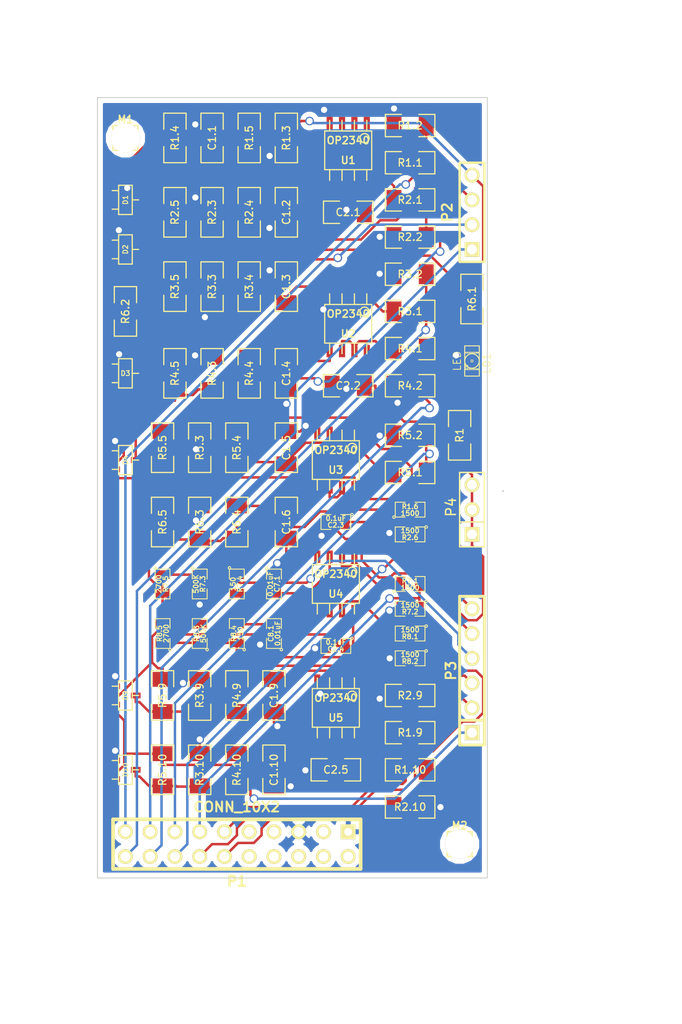
<source format=kicad_pcb>
(kicad_pcb (version 3) (host pcbnew "(2013-07-07 BZR 4022)-stable")
  (layers (15 F.Cu signal) (0 B.Cu signal) (18 B.Paste user) (19 F.Paste user) (20 B.SilkS user) (21 F.SilkS user) (22 B.Mask user) (23 F.Mask user) (28 Edge.Cuts user))
  (net 0 "")
  (net 1 /INP1)
  (net 2 /INP10)
  (net 3 /INP2)
  (net 4 /INP3)
  (net 5 /INP4)
  (net 6 /INP5)
  (net 7 /INP6)
  (net 8 /INP7)
  (net 9 /INP8)
  (net 10 /INP9)
  (net 11 /OUT1)
  (net 12 /OUT10)
  (net 13 /OUT2)
  (net 14 /OUT3)
  (net 15 /OUT4)
  (net 16 /OUT5)
  (net 17 /OUT6)
  (net 18 /OUT7)
  (net 19 /OUT8)
  (net 20 /OUT9)
  (net 21 GND)
  (net 22 N-000001)
  (net 23 N-000002)
  (net 24 N-0000022)
  (net 25 N-0000023)
  (net 26 N-0000024)
  (net 27 N-0000026)
  (net 28 N-0000028)
  (net 29 N-0000029)
  (net 30 N-000003)
  (net 31 N-0000030)
  (net 32 N-0000031)
  (net 33 N-0000032)
  (net 34 N-0000033)
  (net 35 N-0000034)
  (net 36 N-0000037)
  (net 37 N-0000040)
  (net 38 N-0000042)
  (net 39 N-0000043)
  (net 40 N-0000059)
  (net 41 N-0000060)
  (net 42 N-0000063)
  (net 43 N-0000064)
  (net 44 N-0000065)
  (net 45 VCC)
  (module SM1206 (layer F.Cu) (at 132.08 102.87 180)
    (fp_text reference R1.2 (at 0 0 180) (layer F.SilkS) (effects (font (size 0.762 0.762) (thickness 0.127))))
    (fp_text value 1500 hide)
    (pad 1 smd rect (at -1.651 0 180) (size 1.524 2.032) (layers F.Cu F.Paste F.Mask) (net 11 /OUT1))
    (pad 2 smd rect (at 1.651 0 180) (size 1.524 2.032) (layers F.Cu F.Paste F.Mask) (net 21 GND))
  )
  (module SM1206 (layer F.Cu) (at 132.08 106.68)
    (fp_text reference R1.1 (at 0 0) (layer F.SilkS) (effects (font (size 0.762 0.762) (thickness 0.127))))
    (fp_text value 1500 hide)
    (pad 1 smd rect (at -1.651 0) (size 1.524 2.032) (layers F.Cu F.Paste F.Mask) (net 27 N-0000026))
    (pad 2 smd rect (at 1.651 0) (size 1.524 2.032) (layers F.Cu F.Paste F.Mask) (net 11 /OUT1))
  )
  (module PIN_ARRAY_4x1 (layer F.Cu) (at 138.43 111.76 90)
    (fp_text reference P2 (at 0 -2.54 90) (layer F.SilkS) (effects (font (size 1.016 1.016) (thickness 0.2032))))
    (fp_text value CONN_4 hide)
    (pad 1 thru_hole rect (at -3.81 0 90) (size 1.524 1.524) (drill 1.016) (layers *.Cu *.Mask F.SilkS) (net 5 /INP4))
    (pad 2 thru_hole circle (at -1.27 0 90) (size 1.524 1.524) (drill 1.016) (layers *.Cu *.Mask F.SilkS) (net 4 /INP3))
    (pad 3 thru_hole circle (at 1.27 0 90) (size 1.524 1.524) (drill 1.016) (layers *.Cu *.Mask F.SilkS) (net 3 /INP2))
    (pad 4 thru_hole circle (at 3.81 0 90) (size 1.524 1.524) (drill 1.016) (layers *.Cu *.Mask F.SilkS) (net 1 /INP1))
  )
  (module PIN_ARRAY_10X2 (layer F.Cu) (at 114.3 176.53 180)
    (fp_text reference P1 (at 0 -3.81 180) (layer F.SilkS) (effects (font (size 1.016 1.016) (thickness 0.254))))
    (fp_text value CONN_10X2 (at 0 3.81 180) (layer F.SilkS) (effects (font (size 1.016 1.016) (thickness 0.2032))))
    (pad 1 thru_hole rect (at -11.43 1.27 180) (size 1.524 1.524) (drill 0.8128) (layers *.Cu *.Mask F.SilkS) (net 21 GND))
    (pad 2 thru_hole circle (at -11.43 -1.27 180) (size 1.524 1.524) (drill 1.016) (layers *.Cu *.Mask F.SilkS))
    (pad 3 thru_hole circle (at -8.89 1.27 180) (size 1.524 1.524) (drill 1.016) (layers *.Cu *.Mask F.SilkS))
    (pad 4 thru_hole circle (at -8.89 -1.27 180) (size 1.524 1.524) (drill 1.016) (layers *.Cu *.Mask F.SilkS))
    (pad 5 thru_hole circle (at -6.35 1.27 180) (size 1.524 1.524) (drill 1.016) (layers *.Cu *.Mask F.SilkS) (net 21 GND))
    (pad 6 thru_hole circle (at -6.35 -1.27 180) (size 1.524 1.524) (drill 1.016) (layers *.Cu *.Mask F.SilkS))
    (pad 7 thru_hole circle (at -3.81 1.27 180) (size 1.524 1.524) (drill 1.016) (layers *.Cu *.Mask F.SilkS))
    (pad 8 thru_hole circle (at -3.81 -1.27 180) (size 1.524 1.524) (drill 1.016) (layers *.Cu *.Mask F.SilkS))
    (pad 9 thru_hole circle (at -1.27 1.27 180) (size 1.524 1.524) (drill 1.016) (layers *.Cu *.Mask F.SilkS))
    (pad 10 thru_hole circle (at -1.27 -1.27 180) (size 1.524 1.524) (drill 1.016) (layers *.Cu *.Mask F.SilkS))
    (pad 11 thru_hole circle (at 1.27 1.27 180) (size 1.524 1.524) (drill 1.016) (layers *.Cu *.Mask F.SilkS) (net 20 /OUT9))
    (pad 12 thru_hole circle (at 1.27 -1.27 180) (size 1.524 1.524) (drill 1.016) (layers *.Cu *.Mask F.SilkS) (net 12 /OUT10))
    (pad 13 thru_hole circle (at 3.81 1.27 180) (size 1.524 1.524) (drill 1.016) (layers *.Cu *.Mask F.SilkS) (net 18 /OUT7))
    (pad 14 thru_hole circle (at 3.81 -1.27 180) (size 1.524 1.524) (drill 1.016) (layers *.Cu *.Mask F.SilkS) (net 19 /OUT8))
    (pad 15 thru_hole circle (at 6.35 1.27 180) (size 1.524 1.524) (drill 1.016) (layers *.Cu *.Mask F.SilkS) (net 16 /OUT5))
    (pad 16 thru_hole circle (at 6.35 -1.27 180) (size 1.524 1.524) (drill 1.016) (layers *.Cu *.Mask F.SilkS) (net 17 /OUT6))
    (pad 17 thru_hole circle (at 8.89 1.27 180) (size 1.524 1.524) (drill 1.016) (layers *.Cu *.Mask F.SilkS) (net 14 /OUT3))
    (pad 18 thru_hole circle (at 8.89 -1.27 180) (size 1.524 1.524) (drill 1.016) (layers *.Cu *.Mask F.SilkS) (net 15 /OUT4))
    (pad 19 thru_hole circle (at 11.43 1.27 180) (size 1.524 1.524) (drill 1.016) (layers *.Cu *.Mask F.SilkS) (net 11 /OUT1))
    (pad 20 thru_hole circle (at 11.43 -1.27 180) (size 1.524 1.524) (drill 1.016) (layers *.Cu *.Mask F.SilkS) (net 13 /OUT2))
  )
  (module SM1206 (layer F.Cu) (at 119.38 104.14 270)
    (fp_text reference R1.3 (at 0 0 270) (layer F.SilkS) (effects (font (size 0.762 0.762) (thickness 0.127))))
    (fp_text value 500K hide)
    (pad 1 smd rect (at -1.651 0 270) (size 1.524 2.032) (layers F.Cu F.Paste F.Mask) (net 1 /INP1))
    (pad 2 smd rect (at 1.651 0 270) (size 1.524 2.032) (layers F.Cu F.Paste F.Mask) (net 21 GND))
  )
  (module SM1206 (layer F.Cu) (at 132.08 114.3 180)
    (fp_text reference R2.2 (at 0 0 180) (layer F.SilkS) (effects (font (size 0.762 0.762) (thickness 0.127))))
    (fp_text value 1500 hide)
    (pad 1 smd rect (at -1.651 0 180) (size 1.524 2.032) (layers F.Cu F.Paste F.Mask) (net 13 /OUT2))
    (pad 2 smd rect (at 1.651 0 180) (size 1.524 2.032) (layers F.Cu F.Paste F.Mask) (net 21 GND))
  )
  (module SM1206 (layer F.Cu) (at 132.08 110.49)
    (fp_text reference R2.1 (at 0 0) (layer F.SilkS) (effects (font (size 0.762 0.762) (thickness 0.127))))
    (fp_text value 1500 hide)
    (pad 1 smd rect (at -1.651 0) (size 1.524 2.032) (layers F.Cu F.Paste F.Mask) (net 26 N-0000024))
    (pad 2 smd rect (at 1.651 0) (size 1.524 2.032) (layers F.Cu F.Paste F.Mask) (net 13 /OUT2))
  )
  (module SM1206 (layer F.Cu) (at 111.76 111.76 90)
    (fp_text reference R2.3 (at 0 0 90) (layer F.SilkS) (effects (font (size 0.762 0.762) (thickness 0.127))))
    (fp_text value 500K hide)
    (pad 1 smd rect (at -1.651 0 90) (size 1.524 2.032) (layers F.Cu F.Paste F.Mask) (net 3 /INP2))
    (pad 2 smd rect (at 1.651 0 90) (size 1.524 2.032) (layers F.Cu F.Paste F.Mask) (net 21 GND))
  )
  (module SM1206 (layer F.Cu) (at 132.08 118.11 180)
    (fp_text reference R3.2 (at 0 0 180) (layer F.SilkS) (effects (font (size 0.762 0.762) (thickness 0.127))))
    (fp_text value 1500 hide)
    (pad 1 smd rect (at -1.651 0 180) (size 1.524 2.032) (layers F.Cu F.Paste F.Mask) (net 14 /OUT3))
    (pad 2 smd rect (at 1.651 0 180) (size 1.524 2.032) (layers F.Cu F.Paste F.Mask) (net 21 GND))
  )
  (module SM1206 (layer F.Cu) (at 132.08 121.92)
    (fp_text reference R3.1 (at 0 0) (layer F.SilkS) (effects (font (size 0.762 0.762) (thickness 0.127))))
    (fp_text value 1500 hide)
    (pad 1 smd rect (at -1.651 0) (size 1.524 2.032) (layers F.Cu F.Paste F.Mask) (net 24 N-0000022))
    (pad 2 smd rect (at 1.651 0) (size 1.524 2.032) (layers F.Cu F.Paste F.Mask) (net 14 /OUT3))
  )
  (module SM1206 (layer F.Cu) (at 111.76 119.38 270)
    (fp_text reference R3.3 (at 0 0 270) (layer F.SilkS) (effects (font (size 0.762 0.762) (thickness 0.127))))
    (fp_text value 500K hide)
    (pad 1 smd rect (at -1.651 0 270) (size 1.524 2.032) (layers F.Cu F.Paste F.Mask) (net 4 /INP3))
    (pad 2 smd rect (at 1.651 0 270) (size 1.524 2.032) (layers F.Cu F.Paste F.Mask) (net 21 GND))
  )
  (module SM1206 (layer F.Cu) (at 111.76 128.27 90)
    (fp_text reference R4.3 (at 0 0 90) (layer F.SilkS) (effects (font (size 0.762 0.762) (thickness 0.127))))
    (fp_text value 500K hide)
    (pad 1 smd rect (at -1.651 0 90) (size 1.524 2.032) (layers F.Cu F.Paste F.Mask) (net 5 /INP4))
    (pad 2 smd rect (at 1.651 0 90) (size 1.524 2.032) (layers F.Cu F.Paste F.Mask) (net 21 GND))
  )
  (module SM1206 (layer F.Cu) (at 132.08 125.73)
    (fp_text reference R4.1 (at 0 0) (layer F.SilkS) (effects (font (size 0.762 0.762) (thickness 0.127))))
    (fp_text value 1500 hide)
    (pad 1 smd rect (at -1.651 0) (size 1.524 2.032) (layers F.Cu F.Paste F.Mask) (net 25 N-0000023))
    (pad 2 smd rect (at 1.651 0) (size 1.524 2.032) (layers F.Cu F.Paste F.Mask) (net 15 /OUT4))
  )
  (module SM1206 (layer F.Cu) (at 132.08 129.54 180)
    (fp_text reference R4.2 (at 0 0 180) (layer F.SilkS) (effects (font (size 0.762 0.762) (thickness 0.127))))
    (fp_text value 1500 hide)
    (pad 1 smd rect (at -1.651 0 180) (size 1.524 2.032) (layers F.Cu F.Paste F.Mask) (net 15 /OUT4))
    (pad 2 smd rect (at 1.651 0 180) (size 1.524 2.032) (layers F.Cu F.Paste F.Mask) (net 21 GND))
  )
  (module SM1206 (layer F.Cu) (at 107.95 104.14 270)
    (fp_text reference R1.4 (at 0 0 270) (layer F.SilkS) (effects (font (size 0.762 0.762) (thickness 0.127))))
    (fp_text value 150 hide)
    (pad 1 smd rect (at -1.651 0 270) (size 1.524 2.032) (layers F.Cu F.Paste F.Mask) (net 35 N-0000034))
    (pad 2 smd rect (at 1.651 0 270) (size 1.524 2.032) (layers F.Cu F.Paste F.Mask) (net 38 N-0000042))
  )
  (module SM1206 (layer F.Cu) (at 115.57 104.14 270)
    (fp_text reference R1.5 (at 0 0 270) (layer F.SilkS) (effects (font (size 0.762 0.762) (thickness 0.127))))
    (fp_text value 2700 hide)
    (pad 1 smd rect (at -1.651 0 270) (size 1.524 2.032) (layers F.Cu F.Paste F.Mask) (net 1 /INP1))
    (pad 2 smd rect (at 1.651 0 270) (size 1.524 2.032) (layers F.Cu F.Paste F.Mask) (net 45 VCC))
  )
  (module SM1206 (layer F.Cu) (at 119.38 111.76 90)
    (fp_text reference C1.2 (at 0 0 90) (layer F.SilkS) (effects (font (size 0.762 0.762) (thickness 0.127))))
    (fp_text value 0.01uF hide)
    (pad 1 smd rect (at -1.651 0 90) (size 1.524 2.032) (layers F.Cu F.Paste F.Mask) (net 21 GND))
    (pad 2 smd rect (at 1.651 0 90) (size 1.524 2.032) (layers F.Cu F.Paste F.Mask) (net 37 N-0000040))
  )
  (module SM1206 (layer F.Cu) (at 111.76 104.14 270)
    (fp_text reference C1.1 (at 0 0 270) (layer F.SilkS) (effects (font (size 0.762 0.762) (thickness 0.127))))
    (fp_text value 0.01uF hide)
    (pad 1 smd rect (at -1.651 0 270) (size 1.524 2.032) (layers F.Cu F.Paste F.Mask) (net 21 GND))
    (pad 2 smd rect (at 1.651 0 270) (size 1.524 2.032) (layers F.Cu F.Paste F.Mask) (net 38 N-0000042))
  )
  (module SM1206 (layer F.Cu) (at 115.57 111.76 90)
    (fp_text reference R2.4 (at 0 0 90) (layer F.SilkS) (effects (font (size 0.762 0.762) (thickness 0.127))))
    (fp_text value 150 hide)
    (pad 1 smd rect (at -1.651 0 90) (size 1.524 2.032) (layers F.Cu F.Paste F.Mask) (net 34 N-0000033))
    (pad 2 smd rect (at 1.651 0 90) (size 1.524 2.032) (layers F.Cu F.Paste F.Mask) (net 37 N-0000040))
  )
  (module SM1206 (layer F.Cu) (at 125.73 111.76 180)
    (fp_text reference C2.1 (at 0 0 180) (layer F.SilkS) (effects (font (size 0.762 0.762) (thickness 0.127))))
    (fp_text value 0.1uF hide)
    (pad 1 smd rect (at -1.651 0 180) (size 1.524 2.032) (layers F.Cu F.Paste F.Mask) (net 45 VCC))
    (pad 2 smd rect (at 1.651 0 180) (size 1.524 2.032) (layers F.Cu F.Paste F.Mask) (net 21 GND))
  )
  (module SM1206 (layer F.Cu) (at 107.95 111.76 90)
    (fp_text reference R2.5 (at 0 0 90) (layer F.SilkS) (effects (font (size 0.762 0.762) (thickness 0.127))))
    (fp_text value 2700 hide)
    (pad 1 smd rect (at -1.651 0 90) (size 1.524 2.032) (layers F.Cu F.Paste F.Mask) (net 3 /INP2))
    (pad 2 smd rect (at 1.651 0 90) (size 1.524 2.032) (layers F.Cu F.Paste F.Mask) (net 45 VCC))
  )
  (module SM1206 (layer F.Cu) (at 115.57 119.38 270)
    (fp_text reference R3.4 (at 0 0 270) (layer F.SilkS) (effects (font (size 0.762 0.762) (thickness 0.127))))
    (fp_text value 150 hide)
    (pad 1 smd rect (at -1.651 0 270) (size 1.524 2.032) (layers F.Cu F.Paste F.Mask) (net 4 /INP3))
    (pad 2 smd rect (at 1.651 0 270) (size 1.524 2.032) (layers F.Cu F.Paste F.Mask) (net 39 N-0000043))
  )
  (module SM1206 (layer F.Cu) (at 107.95 119.38 270)
    (fp_text reference R3.5 (at 0 0 270) (layer F.SilkS) (effects (font (size 0.762 0.762) (thickness 0.127))))
    (fp_text value 2700 hide)
    (pad 1 smd rect (at -1.651 0 270) (size 1.524 2.032) (layers F.Cu F.Paste F.Mask) (net 4 /INP3))
    (pad 2 smd rect (at 1.651 0 270) (size 1.524 2.032) (layers F.Cu F.Paste F.Mask) (net 45 VCC))
  )
  (module SM1206 (layer F.Cu) (at 115.57 128.27 90)
    (fp_text reference R4.4 (at 0 0 90) (layer F.SilkS) (effects (font (size 0.762 0.762) (thickness 0.127))))
    (fp_text value 150 hide)
    (pad 1 smd rect (at -1.651 0 90) (size 1.524 2.032) (layers F.Cu F.Paste F.Mask) (net 5 /INP4))
    (pad 2 smd rect (at 1.651 0 90) (size 1.524 2.032) (layers F.Cu F.Paste F.Mask) (net 42 N-0000063))
  )
  (module SM1206 (layer F.Cu) (at 107.95 128.27 90)
    (fp_text reference R4.5 (at 0 0 90) (layer F.SilkS) (effects (font (size 0.762 0.762) (thickness 0.127))))
    (fp_text value 2700 hide)
    (pad 1 smd rect (at -1.651 0 90) (size 1.524 2.032) (layers F.Cu F.Paste F.Mask) (net 5 /INP4))
    (pad 2 smd rect (at 1.651 0 90) (size 1.524 2.032) (layers F.Cu F.Paste F.Mask) (net 45 VCC))
  )
  (module so-8 (layer F.Cu) (at 125.73 123.19 180)
    (fp_text reference U2 (at 0 -1.016 180) (layer F.SilkS) (effects (font (size 0.7493 0.7493) (thickness 0.14986))))
    (fp_text value OP2340 (at 0 1.016 180) (layer F.SilkS) (effects (font (size 0.7493 0.7493) (thickness 0.14986))))
    (pad 1 smd rect (at -1.905 2.794 180) (size 0.635 1.27) (layers F.Cu F.Paste F.Mask) (net 24 N-0000022))
    (pad 2 smd rect (at -0.635 2.794 180) (size 0.635 1.27) (layers F.Cu F.Paste F.Mask) (net 24 N-0000022))
    (pad 3 smd rect (at 0.635 2.794 180) (size 0.635 1.27) (layers F.Cu F.Paste F.Mask) (net 39 N-0000043))
    (pad 4 smd rect (at 1.905 2.794 180) (size 0.635 1.27) (layers F.Cu F.Paste F.Mask) (net 21 GND))
    (pad 5 smd rect (at 1.905 -2.794 180) (size 0.635 1.27) (layers F.Cu F.Paste F.Mask) (net 42 N-0000063))
    (pad 6 smd rect (at 0.635 -2.794 180) (size 0.635 1.27) (layers F.Cu F.Paste F.Mask) (net 25 N-0000023))
    (pad 7 smd rect (at -0.635 -2.794 180) (size 0.635 1.27) (layers F.Cu F.Paste F.Mask) (net 25 N-0000023))
    (pad 8 smd rect (at -1.905 -2.794 180) (size 0.635 1.27) (layers F.Cu F.Paste F.Mask) (net 45 VCC))
  )
  (module so-8 (layer F.Cu) (at 125.73 105.41 180)
    (fp_text reference U1 (at 0 -1.016 180) (layer F.SilkS) (effects (font (size 0.7493 0.7493) (thickness 0.14986))))
    (fp_text value OP2340 (at 0 1.016 180) (layer F.SilkS) (effects (font (size 0.7493 0.7493) (thickness 0.14986))))
    (pad 1 smd rect (at -1.905 2.794 180) (size 0.635 1.27) (layers F.Cu F.Paste F.Mask) (net 27 N-0000026))
    (pad 2 smd rect (at -0.635 2.794 180) (size 0.635 1.27) (layers F.Cu F.Paste F.Mask) (net 27 N-0000026))
    (pad 3 smd rect (at 0.635 2.794 180) (size 0.635 1.27) (layers F.Cu F.Paste F.Mask) (net 38 N-0000042))
    (pad 4 smd rect (at 1.905 2.794 180) (size 0.635 1.27) (layers F.Cu F.Paste F.Mask) (net 21 GND))
    (pad 5 smd rect (at 1.905 -2.794 180) (size 0.635 1.27) (layers F.Cu F.Paste F.Mask) (net 37 N-0000040))
    (pad 6 smd rect (at 0.635 -2.794 180) (size 0.635 1.27) (layers F.Cu F.Paste F.Mask) (net 26 N-0000024))
    (pad 7 smd rect (at -0.635 -2.794 180) (size 0.635 1.27) (layers F.Cu F.Paste F.Mask) (net 26 N-0000024))
    (pad 8 smd rect (at -1.905 -2.794 180) (size 0.635 1.27) (layers F.Cu F.Paste F.Mask) (net 45 VCC))
  )
  (module so-8 (layer F.Cu) (at 124.46 149.86 180)
    (fp_text reference U4 (at 0 -1.016 180) (layer F.SilkS) (effects (font (size 0.7493 0.7493) (thickness 0.14986))))
    (fp_text value OP2340 (at 0 1.016 180) (layer F.SilkS) (effects (font (size 0.7493 0.7493) (thickness 0.14986))))
    (pad 1 smd rect (at -1.905 2.794 180) (size 0.635 1.27) (layers F.Cu F.Paste F.Mask) (net 28 N-0000028))
    (pad 2 smd rect (at -0.635 2.794 180) (size 0.635 1.27) (layers F.Cu F.Paste F.Mask) (net 28 N-0000028))
    (pad 3 smd rect (at 0.635 2.794 180) (size 0.635 1.27) (layers F.Cu F.Paste F.Mask) (net 43 N-0000064))
    (pad 4 smd rect (at 1.905 2.794 180) (size 0.635 1.27) (layers F.Cu F.Paste F.Mask) (net 21 GND))
    (pad 5 smd rect (at 1.905 -2.794 180) (size 0.635 1.27) (layers F.Cu F.Paste F.Mask) (net 44 N-0000065))
    (pad 6 smd rect (at 0.635 -2.794 180) (size 0.635 1.27) (layers F.Cu F.Paste F.Mask) (net 29 N-0000029))
    (pad 7 smd rect (at -0.635 -2.794 180) (size 0.635 1.27) (layers F.Cu F.Paste F.Mask) (net 29 N-0000029))
    (pad 8 smd rect (at -1.905 -2.794 180) (size 0.635 1.27) (layers F.Cu F.Paste F.Mask) (net 45 VCC))
  )
  (module so-8 (layer F.Cu) (at 124.46 137.16 180)
    (fp_text reference U3 (at 0 -1.016 180) (layer F.SilkS) (effects (font (size 0.7493 0.7493) (thickness 0.14986))))
    (fp_text value OP2340 (at 0 1.016 180) (layer F.SilkS) (effects (font (size 0.7493 0.7493) (thickness 0.14986))))
    (pad 1 smd rect (at -1.905 2.794 180) (size 0.635 1.27) (layers F.Cu F.Paste F.Mask) (net 23 N-000002))
    (pad 2 smd rect (at -0.635 2.794 180) (size 0.635 1.27) (layers F.Cu F.Paste F.Mask) (net 23 N-000002))
    (pad 3 smd rect (at 0.635 2.794 180) (size 0.635 1.27) (layers F.Cu F.Paste F.Mask) (net 40 N-0000059))
    (pad 4 smd rect (at 1.905 2.794 180) (size 0.635 1.27) (layers F.Cu F.Paste F.Mask) (net 21 GND))
    (pad 5 smd rect (at 1.905 -2.794 180) (size 0.635 1.27) (layers F.Cu F.Paste F.Mask) (net 41 N-0000060))
    (pad 6 smd rect (at 0.635 -2.794 180) (size 0.635 1.27) (layers F.Cu F.Paste F.Mask) (net 30 N-000003))
    (pad 7 smd rect (at -0.635 -2.794 180) (size 0.635 1.27) (layers F.Cu F.Paste F.Mask) (net 30 N-000003))
    (pad 8 smd rect (at -1.905 -2.794 180) (size 0.635 1.27) (layers F.Cu F.Paste F.Mask) (net 45 VCC))
  )
  (module SM1206 (layer F.Cu) (at 132.08 134.62 180)
    (fp_text reference R5.2 (at 0 0 180) (layer F.SilkS) (effects (font (size 0.762 0.762) (thickness 0.127))))
    (fp_text value 1500 hide)
    (pad 1 smd rect (at -1.651 0 180) (size 1.524 2.032) (layers F.Cu F.Paste F.Mask) (net 16 /OUT5))
    (pad 2 smd rect (at 1.651 0 180) (size 1.524 2.032) (layers F.Cu F.Paste F.Mask) (net 21 GND))
  )
  (module SM1206 (layer F.Cu) (at 106.68 143.51 90)
    (fp_text reference R6.5 (at 0 0 90) (layer F.SilkS) (effects (font (size 0.762 0.762) (thickness 0.127))))
    (fp_text value 2700 hide)
    (pad 1 smd rect (at -1.651 0 90) (size 1.524 2.032) (layers F.Cu F.Paste F.Mask) (net 7 /INP6))
    (pad 2 smd rect (at 1.651 0 90) (size 1.524 2.032) (layers F.Cu F.Paste F.Mask) (net 45 VCC))
  )
  (module SM1206 (layer F.Cu) (at 114.3 143.51 90)
    (fp_text reference R6.4 (at 0 0 90) (layer F.SilkS) (effects (font (size 0.762 0.762) (thickness 0.127))))
    (fp_text value 150 hide)
    (pad 1 smd rect (at -1.651 0 90) (size 1.524 2.032) (layers F.Cu F.Paste F.Mask) (net 7 /INP6))
    (pad 2 smd rect (at 1.651 0 90) (size 1.524 2.032) (layers F.Cu F.Paste F.Mask) (net 41 N-0000060))
  )
  (module SM1206 (layer F.Cu) (at 106.68 135.89 270)
    (fp_text reference R5.5 (at 0 0 270) (layer F.SilkS) (effects (font (size 0.762 0.762) (thickness 0.127))))
    (fp_text value 2700 hide)
    (pad 1 smd rect (at -1.651 0 270) (size 1.524 2.032) (layers F.Cu F.Paste F.Mask) (net 6 /INP5))
    (pad 2 smd rect (at 1.651 0 270) (size 1.524 2.032) (layers F.Cu F.Paste F.Mask) (net 45 VCC))
  )
  (module SM1206 (layer F.Cu) (at 114.3 135.89 270)
    (fp_text reference R5.4 (at 0 0 270) (layer F.SilkS) (effects (font (size 0.762 0.762) (thickness 0.127))))
    (fp_text value 150 hide)
    (pad 1 smd rect (at -1.651 0 270) (size 1.524 2.032) (layers F.Cu F.Paste F.Mask) (net 6 /INP5))
    (pad 2 smd rect (at 1.651 0 270) (size 1.524 2.032) (layers F.Cu F.Paste F.Mask) (net 40 N-0000059))
  )
  (module SM1206 (layer F.Cu) (at 102.87 121.92 90)
    (fp_text reference R6.2 (at 0 0 90) (layer F.SilkS) (effects (font (size 0.762 0.762) (thickness 0.127))))
    (fp_text value 10k hide)
    (pad 1 smd rect (at -1.651 0 90) (size 1.524 2.032) (layers F.Cu F.Paste F.Mask) (net 3 /INP2))
    (pad 2 smd rect (at 1.651 0 90) (size 1.524 2.032) (layers F.Cu F.Paste F.Mask) (net 34 N-0000033))
  )
  (module SM1206 (layer F.Cu) (at 138.43 120.65 270)
    (fp_text reference R6.1 (at 0 0 270) (layer F.SilkS) (effects (font (size 0.762 0.762) (thickness 0.127))))
    (fp_text value 10k hide)
    (pad 1 smd rect (at -1.651 0 270) (size 1.524 2.032) (layers F.Cu F.Paste F.Mask) (net 1 /INP1))
    (pad 2 smd rect (at 1.651 0 270) (size 1.524 2.032) (layers F.Cu F.Paste F.Mask) (net 35 N-0000034))
  )
  (module SM1206 (layer F.Cu) (at 110.49 135.89 270)
    (fp_text reference R5.3 (at 0 0 270) (layer F.SilkS) (effects (font (size 0.762 0.762) (thickness 0.127))))
    (fp_text value 500K hide)
    (pad 1 smd rect (at -1.651 0 270) (size 1.524 2.032) (layers F.Cu F.Paste F.Mask) (net 6 /INP5))
    (pad 2 smd rect (at 1.651 0 270) (size 1.524 2.032) (layers F.Cu F.Paste F.Mask) (net 21 GND))
  )
  (module SM1206 (layer F.Cu) (at 132.08 138.43)
    (fp_text reference R5.1 (at 0 0) (layer F.SilkS) (effects (font (size 0.762 0.762) (thickness 0.127))))
    (fp_text value 1500 hide)
    (pad 1 smd rect (at -1.651 0) (size 1.524 2.032) (layers F.Cu F.Paste F.Mask) (net 23 N-000002))
    (pad 2 smd rect (at 1.651 0) (size 1.524 2.032) (layers F.Cu F.Paste F.Mask) (net 16 /OUT5))
  )
  (module SM1206 (layer F.Cu) (at 137.16 134.62 90)
    (fp_text reference R1 (at 0 0 90) (layer F.SilkS) (effects (font (size 0.762 0.762) (thickness 0.127))))
    (fp_text value 150 hide)
    (pad 1 smd rect (at -1.651 0 90) (size 1.524 2.032) (layers F.Cu F.Paste F.Mask) (net 45 VCC))
    (pad 2 smd rect (at 1.651 0 90) (size 1.524 2.032) (layers F.Cu F.Paste F.Mask) (net 22 N-000001))
  )
  (module PIN_ARRAY_3X1 (layer F.Cu) (at 138.43 142.24 90)
    (fp_text reference P4 (at 0.254 -2.159 90) (layer F.SilkS) (effects (font (size 1.016 1.016) (thickness 0.1524))))
    (fp_text value CONN_3 hide)
    (pad 1 thru_hole rect (at -2.54 0 90) (size 1.524 1.524) (drill 1.016) (layers *.Cu *.Mask F.SilkS) (net 45 VCC))
    (pad 2 thru_hole circle (at 0 0 90) (size 1.524 1.524) (drill 1.016) (layers *.Cu *.Mask F.SilkS) (net 45 VCC))
    (pad 3 thru_hole circle (at 2.54 0 90) (size 1.524 1.524) (drill 1.016) (layers *.Cu *.Mask F.SilkS) (net 45 VCC))
  )
  (module LED-1206 (layer F.Cu) (at 138.43 127 270)
    (fp_text reference LD1 (at 0.254 -1.524 270) (layer F.SilkS) (effects (font (size 0.762 0.762) (thickness 0.0889))))
    (fp_text value LED (at 0 1.524 270) (layer F.SilkS) (effects (font (size 0.762 0.762) (thickness 0.0889))))
    (pad 1 smd rect (at -1.41986 0 270) (size 1.59766 1.80086) (layers F.Cu F.Paste F.Mask) (net 21 GND))
    (pad 2 smd rect (at 1.41986 0 270) (size 1.59766 1.80086) (layers F.Cu F.Paste F.Mask) (net 22 N-000001))
  )
  (module sot23 (layer F.Cu) (at 102.87 128.27 270)
    (fp_text reference D3 (at 0 0 360) (layer F.SilkS) (effects (font (size 0.50038 0.50038) (thickness 0.09906))))
    (fp_text value DOUBLE_SCHOTTKY hide)
    (pad 1 smd rect (at -0.9525 1.05664 270) (size 0.59944 1.00076) (layers F.Cu F.Paste F.Mask) (net 21 GND))
    (pad 2 smd rect (at 0 -1.05664 270) (size 0.59944 1.00076) (layers F.Cu F.Paste F.Mask) (net 4 /INP3))
    (pad 3 smd rect (at 0.9525 1.05664 270) (size 0.59944 1.00076) (layers F.Cu F.Paste F.Mask) (net 45 VCC))
  )
  (module sot23 (layer F.Cu) (at 102.87 168.91 270)
    (fp_text reference D10 (at 0 0 270) (layer F.SilkS) (effects (font (size 0.50038 0.50038) (thickness 0.09906))))
    (fp_text value DOUBLE_SCHOTTKY hide)
    (pad 1 smd rect (at -0.9525 1.05664 270) (size 0.59944 1.00076) (layers F.Cu F.Paste F.Mask) (net 21 GND))
    (pad 2 smd rect (at 0 -1.05664 270) (size 0.59944 1.00076) (layers F.Cu F.Paste F.Mask) (net 2 /INP10))
    (pad 3 smd rect (at 0.9525 1.05664 270) (size 0.59944 1.00076) (layers F.Cu F.Paste F.Mask) (net 45 VCC))
  )
  (module sot23 (layer F.Cu) (at 102.87 161.29 270)
    (fp_text reference D9 (at 0 0 270) (layer F.SilkS) (effects (font (size 0.50038 0.50038) (thickness 0.09906))))
    (fp_text value DOUBLE_SCHOTTKY hide)
    (pad 1 smd rect (at -0.9525 1.05664 270) (size 0.59944 1.00076) (layers F.Cu F.Paste F.Mask) (net 21 GND))
    (pad 2 smd rect (at 0 -1.05664 270) (size 0.59944 1.00076) (layers F.Cu F.Paste F.Mask) (net 10 /INP9))
    (pad 3 smd rect (at 0.9525 1.05664 270) (size 0.59944 1.00076) (layers F.Cu F.Paste F.Mask) (net 45 VCC))
  )
  (module sot23 (layer F.Cu) (at 102.87 115.57 270)
    (fp_text reference D2 (at 0 0 270) (layer F.SilkS) (effects (font (size 0.50038 0.50038) (thickness 0.09906))))
    (fp_text value DOUBLE_SCHOTTKY hide)
    (pad 1 smd rect (at -0.9525 1.05664 270) (size 0.59944 1.00076) (layers F.Cu F.Paste F.Mask) (net 21 GND))
    (pad 2 smd rect (at 0 -1.05664 270) (size 0.59944 1.00076) (layers F.Cu F.Paste F.Mask) (net 34 N-0000033))
    (pad 3 smd rect (at 0.9525 1.05664 270) (size 0.59944 1.00076) (layers F.Cu F.Paste F.Mask) (net 45 VCC))
  )
  (module sot23 (layer F.Cu) (at 102.87 137.16 270)
    (fp_text reference D4 (at 0 0 270) (layer F.SilkS) (effects (font (size 0.50038 0.50038) (thickness 0.09906))))
    (fp_text value DOUBLE_SCHOTTKY hide)
    (pad 1 smd rect (at -0.9525 1.05664 270) (size 0.59944 1.00076) (layers F.Cu F.Paste F.Mask) (net 21 GND))
    (pad 2 smd rect (at 0 -1.05664 270) (size 0.59944 1.00076) (layers F.Cu F.Paste F.Mask) (net 5 /INP4))
    (pad 3 smd rect (at 0.9525 1.05664 270) (size 0.59944 1.00076) (layers F.Cu F.Paste F.Mask) (net 45 VCC))
  )
  (module so-8 (layer F.Cu) (at 124.46 162.56 180)
    (fp_text reference U5 (at 0 -1.016 180) (layer F.SilkS) (effects (font (size 0.7493 0.7493) (thickness 0.14986))))
    (fp_text value OP2340 (at 0 1.016 180) (layer F.SilkS) (effects (font (size 0.7493 0.7493) (thickness 0.14986))))
    (pad 1 smd rect (at -1.905 2.794 180) (size 0.635 1.27) (layers F.Cu F.Paste F.Mask) (net 31 N-0000030))
    (pad 2 smd rect (at -0.635 2.794 180) (size 0.635 1.27) (layers F.Cu F.Paste F.Mask) (net 31 N-0000030))
    (pad 3 smd rect (at 0.635 2.794 180) (size 0.635 1.27) (layers F.Cu F.Paste F.Mask) (net 36 N-0000037))
    (pad 4 smd rect (at 1.905 2.794 180) (size 0.635 1.27) (layers F.Cu F.Paste F.Mask) (net 21 GND))
    (pad 5 smd rect (at 1.905 -2.794 180) (size 0.635 1.27) (layers F.Cu F.Paste F.Mask) (net 33 N-0000032))
    (pad 6 smd rect (at 0.635 -2.794 180) (size 0.635 1.27) (layers F.Cu F.Paste F.Mask) (net 32 N-0000031))
    (pad 7 smd rect (at -0.635 -2.794 180) (size 0.635 1.27) (layers F.Cu F.Paste F.Mask) (net 32 N-0000031))
    (pad 8 smd rect (at -1.905 -2.794 180) (size 0.635 1.27) (layers F.Cu F.Paste F.Mask) (net 45 VCC))
  )
  (module SM1206 (layer F.Cu) (at 132.08 161.29 180)
    (fp_text reference R2.9 (at 0 0 180) (layer F.SilkS) (effects (font (size 0.762 0.762) (thickness 0.127))))
    (fp_text value 1500 hide)
    (pad 1 smd rect (at -1.651 0 180) (size 1.524 2.032) (layers F.Cu F.Paste F.Mask) (net 20 /OUT9))
    (pad 2 smd rect (at 1.651 0 180) (size 1.524 2.032) (layers F.Cu F.Paste F.Mask) (net 21 GND))
  )
  (module SM1206 (layer F.Cu) (at 132.08 165.1)
    (fp_text reference R1.9 (at 0 0) (layer F.SilkS) (effects (font (size 0.762 0.762) (thickness 0.127))))
    (fp_text value 1500 hide)
    (pad 1 smd rect (at -1.651 0) (size 1.524 2.032) (layers F.Cu F.Paste F.Mask) (net 31 N-0000030))
    (pad 2 smd rect (at 1.651 0) (size 1.524 2.032) (layers F.Cu F.Paste F.Mask) (net 20 /OUT9))
  )
  (module SM1206 (layer F.Cu) (at 110.49 161.29 90)
    (fp_text reference R3.9 (at 0 0 90) (layer F.SilkS) (effects (font (size 0.762 0.762) (thickness 0.127))))
    (fp_text value 500K hide)
    (pad 1 smd rect (at -1.651 0 90) (size 1.524 2.032) (layers F.Cu F.Paste F.Mask) (net 10 /INP9))
    (pad 2 smd rect (at 1.651 0 90) (size 1.524 2.032) (layers F.Cu F.Paste F.Mask) (net 21 GND))
  )
  (module SM1206 (layer F.Cu) (at 110.49 168.91 90)
    (fp_text reference R3.10 (at 0 0 90) (layer F.SilkS) (effects (font (size 0.762 0.762) (thickness 0.127))))
    (fp_text value 500K hide)
    (pad 1 smd rect (at -1.651 0 90) (size 1.524 2.032) (layers F.Cu F.Paste F.Mask) (net 2 /INP10))
    (pad 2 smd rect (at 1.651 0 90) (size 1.524 2.032) (layers F.Cu F.Paste F.Mask) (net 21 GND))
  )
  (module SM1206 (layer F.Cu) (at 132.08 168.91)
    (fp_text reference R1.10 (at 0 0) (layer F.SilkS) (effects (font (size 0.762 0.762) (thickness 0.127))))
    (fp_text value 1500 hide)
    (pad 1 smd rect (at -1.651 0) (size 1.524 2.032) (layers F.Cu F.Paste F.Mask) (net 32 N-0000031))
    (pad 2 smd rect (at 1.651 0) (size 1.524 2.032) (layers F.Cu F.Paste F.Mask) (net 12 /OUT10))
  )
  (module SM1206 (layer F.Cu) (at 132.08 172.72)
    (fp_text reference R2.10 (at 0 0) (layer F.SilkS) (effects (font (size 0.762 0.762) (thickness 0.127))))
    (fp_text value 1500 hide)
    (pad 1 smd rect (at -1.651 0) (size 1.524 2.032) (layers F.Cu F.Paste F.Mask) (net 12 /OUT10))
    (pad 2 smd rect (at 1.651 0) (size 1.524 2.032) (layers F.Cu F.Paste F.Mask) (net 21 GND))
  )
  (module SM1206 (layer F.Cu) (at 114.3 161.29 90)
    (fp_text reference R4.9 (at 0 0 90) (layer F.SilkS) (effects (font (size 0.762 0.762) (thickness 0.127))))
    (fp_text value 150 hide)
    (pad 1 smd rect (at -1.651 0 90) (size 1.524 2.032) (layers F.Cu F.Paste F.Mask) (net 10 /INP9))
    (pad 2 smd rect (at 1.651 0 90) (size 1.524 2.032) (layers F.Cu F.Paste F.Mask) (net 36 N-0000037))
  )
  (module SM1206 (layer F.Cu) (at 118.11 161.29 90)
    (fp_text reference C1.9 (at 0 0 90) (layer F.SilkS) (effects (font (size 0.762 0.762) (thickness 0.127))))
    (fp_text value 0.01uF hide)
    (pad 1 smd rect (at -1.651 0 90) (size 1.524 2.032) (layers F.Cu F.Paste F.Mask) (net 21 GND))
    (pad 2 smd rect (at 1.651 0 90) (size 1.524 2.032) (layers F.Cu F.Paste F.Mask) (net 36 N-0000037))
  )
  (module SM1206 (layer F.Cu) (at 106.68 161.29 90)
    (fp_text reference R5.9 (at 0 0 90) (layer F.SilkS) (effects (font (size 0.762 0.762) (thickness 0.127))))
    (fp_text value 2700 hide)
    (pad 1 smd rect (at -1.651 0 90) (size 1.524 2.032) (layers F.Cu F.Paste F.Mask) (net 10 /INP9))
    (pad 2 smd rect (at 1.651 0 90) (size 1.524 2.032) (layers F.Cu F.Paste F.Mask) (net 45 VCC))
  )
  (module SM1206 (layer F.Cu) (at 114.3 168.91 90)
    (fp_text reference R4.10 (at 0 0 90) (layer F.SilkS) (effects (font (size 0.762 0.762) (thickness 0.127))))
    (fp_text value 150 hide)
    (pad 1 smd rect (at -1.651 0 90) (size 1.524 2.032) (layers F.Cu F.Paste F.Mask) (net 2 /INP10))
    (pad 2 smd rect (at 1.651 0 90) (size 1.524 2.032) (layers F.Cu F.Paste F.Mask) (net 33 N-0000032))
  )
  (module SM1206 (layer F.Cu) (at 118.11 168.91 90)
    (fp_text reference C1.10 (at 0 0 90) (layer F.SilkS) (effects (font (size 0.762 0.762) (thickness 0.127))))
    (fp_text value 0.01uF hide)
    (pad 1 smd rect (at -1.651 0 90) (size 1.524 2.032) (layers F.Cu F.Paste F.Mask) (net 21 GND))
    (pad 2 smd rect (at 1.651 0 90) (size 1.524 2.032) (layers F.Cu F.Paste F.Mask) (net 33 N-0000032))
  )
  (module SM1206 (layer F.Cu) (at 106.68 168.91 90)
    (fp_text reference R5.10 (at 0 0 90) (layer F.SilkS) (effects (font (size 0.762 0.762) (thickness 0.127))))
    (fp_text value 2700 hide)
    (pad 1 smd rect (at -1.651 0 90) (size 1.524 2.032) (layers F.Cu F.Paste F.Mask) (net 2 /INP10))
    (pad 2 smd rect (at 1.651 0 90) (size 1.524 2.032) (layers F.Cu F.Paste F.Mask) (net 45 VCC))
  )
  (module sot23 (layer F.Cu) (at 102.87 110.49 270)
    (fp_text reference D1 (at 0 0 270) (layer F.SilkS) (effects (font (size 0.50038 0.50038) (thickness 0.09906))))
    (fp_text value DOUBLE_SCHOTTKY hide)
    (pad 1 smd rect (at -0.9525 1.05664 270) (size 0.59944 1.00076) (layers F.Cu F.Paste F.Mask) (net 21 GND))
    (pad 2 smd rect (at 0 -1.05664 270) (size 0.59944 1.00076) (layers F.Cu F.Paste F.Mask) (net 35 N-0000034))
    (pad 3 smd rect (at 0.9525 1.05664 270) (size 0.59944 1.00076) (layers F.Cu F.Paste F.Mask) (net 45 VCC))
  )
  (module PIN_ARRAY-6X1 (layer F.Cu) (at 138.43 158.75 90)
    (fp_text reference P3 (at 0 -2.159 90) (layer F.SilkS) (effects (font (size 1.016 1.016) (thickness 0.2032))))
    (fp_text value CONN_6 hide)
    (pad 1 thru_hole rect (at -6.35 0 90) (size 1.524 1.524) (drill 1.016) (layers *.Cu *.Mask F.SilkS) (net 2 /INP10))
    (pad 2 thru_hole circle (at -3.81 0 90) (size 1.524 1.524) (drill 1.016) (layers *.Cu *.Mask F.SilkS) (net 10 /INP9))
    (pad 3 thru_hole circle (at -1.27 0 90) (size 1.524 1.524) (drill 1.016) (layers *.Cu *.Mask F.SilkS) (net 9 /INP8))
    (pad 4 thru_hole circle (at 1.27 0 90) (size 1.524 1.524) (drill 1.016) (layers *.Cu *.Mask F.SilkS) (net 8 /INP7))
    (pad 5 thru_hole circle (at 3.81 0 90) (size 1.524 1.524) (drill 1.016) (layers *.Cu *.Mask F.SilkS) (net 7 /INP6))
    (pad 6 thru_hole circle (at 6.35 0 90) (size 1.524 1.524) (drill 1.016) (layers *.Cu *.Mask F.SilkS) (net 6 /INP5))
  )
  (module SM0805 (layer F.Cu) (at 118.11 154.94 90)
    (fp_text reference C8.1 (at 0 -0.3175 90) (layer F.SilkS) (effects (font (size 0.50038 0.50038) (thickness 0.10922))))
    (fp_text value 0.01uF (at 0 0.381 90) (layer F.SilkS) (effects (font (size 0.50038 0.50038) (thickness 0.10922))))
    (pad 1 smd rect (at -0.9525 0 90) (size 0.889 1.397) (layers F.Cu F.Paste F.Mask) (net 21 GND))
    (pad 2 smd rect (at 0.9525 0 90) (size 0.889 1.397) (layers F.Cu F.Paste F.Mask) (net 44 N-0000065))
  )
  (module SM1206 (layer F.Cu) (at 119.38 119.38 270)
    (fp_text reference C1.3 (at 0 0 270) (layer F.SilkS) (effects (font (size 0.762 0.762) (thickness 0.127))))
    (fp_text value 0.01uF hide)
    (pad 1 smd rect (at -1.651 0 270) (size 1.524 2.032) (layers F.Cu F.Paste F.Mask) (net 21 GND))
    (pad 2 smd rect (at 1.651 0 270) (size 1.524 2.032) (layers F.Cu F.Paste F.Mask) (net 39 N-0000043))
  )
  (module SM1206 (layer F.Cu) (at 119.38 128.27 90)
    (fp_text reference C1.4 (at 0 0 90) (layer F.SilkS) (effects (font (size 0.762 0.762) (thickness 0.127))))
    (fp_text value 0.01uF hide)
    (pad 1 smd rect (at -1.651 0 90) (size 1.524 2.032) (layers F.Cu F.Paste F.Mask) (net 21 GND))
    (pad 2 smd rect (at 1.651 0 90) (size 1.524 2.032) (layers F.Cu F.Paste F.Mask) (net 42 N-0000063))
  )
  (module SM1206 (layer F.Cu) (at 124.46 168.91)
    (fp_text reference C2.5 (at 0 0) (layer F.SilkS) (effects (font (size 0.762 0.762) (thickness 0.127))))
    (fp_text value 0.1uF hide)
    (pad 1 smd rect (at -1.651 0) (size 1.524 2.032) (layers F.Cu F.Paste F.Mask) (net 21 GND))
    (pad 2 smd rect (at 1.651 0) (size 1.524 2.032) (layers F.Cu F.Paste F.Mask) (net 45 VCC))
  )
  (module SM1206 (layer F.Cu) (at 119.38 135.89 270)
    (fp_text reference C1.5 (at 0 0 270) (layer F.SilkS) (effects (font (size 0.762 0.762) (thickness 0.127))))
    (fp_text value 0.01uF hide)
    (pad 1 smd rect (at -1.651 0 270) (size 1.524 2.032) (layers F.Cu F.Paste F.Mask) (net 21 GND))
    (pad 2 smd rect (at 1.651 0 270) (size 1.524 2.032) (layers F.Cu F.Paste F.Mask) (net 40 N-0000059))
  )
  (module SM1206 (layer F.Cu) (at 119.38 143.51 90)
    (fp_text reference C1.6 (at 0 0 90) (layer F.SilkS) (effects (font (size 0.762 0.762) (thickness 0.127))))
    (fp_text value 0.01uF hide)
    (pad 1 smd rect (at -1.651 0 90) (size 1.524 2.032) (layers F.Cu F.Paste F.Mask) (net 21 GND))
    (pad 2 smd rect (at 1.651 0 90) (size 1.524 2.032) (layers F.Cu F.Paste F.Mask) (net 41 N-0000060))
  )
  (module SM1206 (layer F.Cu) (at 125.73 129.54 180)
    (fp_text reference C2.2 (at 0 0 180) (layer F.SilkS) (effects (font (size 0.762 0.762) (thickness 0.127))))
    (fp_text value 0.1uF hide)
    (pad 1 smd rect (at -1.651 0 180) (size 1.524 2.032) (layers F.Cu F.Paste F.Mask) (net 45 VCC))
    (pad 2 smd rect (at 1.651 0 180) (size 1.524 2.032) (layers F.Cu F.Paste F.Mask) (net 21 GND))
  )
  (module SM0805 (layer F.Cu) (at 132.08 149.86)
    (fp_text reference R7.1 (at 0 -0.3175) (layer F.SilkS) (effects (font (size 0.50038 0.50038) (thickness 0.10922))))
    (fp_text value 1500 (at 0 0.381) (layer F.SilkS) (effects (font (size 0.50038 0.50038) (thickness 0.10922))))
    (pad 1 smd rect (at -0.9525 0) (size 0.889 1.397) (layers F.Cu F.Paste F.Mask) (net 28 N-0000028))
    (pad 2 smd rect (at 0.9525 0) (size 0.889 1.397) (layers F.Cu F.Paste F.Mask) (net 18 /OUT7))
  )
  (module SM0805 (layer F.Cu) (at 132.08 152.4 180)
    (fp_text reference R7.2 (at 0 -0.3175 180) (layer F.SilkS) (effects (font (size 0.50038 0.50038) (thickness 0.10922))))
    (fp_text value 1500 (at 0 0.381 180) (layer F.SilkS) (effects (font (size 0.50038 0.50038) (thickness 0.10922))))
    (pad 1 smd rect (at -0.9525 0 180) (size 0.889 1.397) (layers F.Cu F.Paste F.Mask) (net 18 /OUT7))
    (pad 2 smd rect (at 0.9525 0 180) (size 0.889 1.397) (layers F.Cu F.Paste F.Mask) (net 21 GND))
  )
  (module SM0805 (layer F.Cu) (at 106.68 154.94 90)
    (fp_text reference R8.5 (at 0 -0.3175 90) (layer F.SilkS) (effects (font (size 0.50038 0.50038) (thickness 0.10922))))
    (fp_text value 2700 (at 0 0.381 90) (layer F.SilkS) (effects (font (size 0.50038 0.50038) (thickness 0.10922))))
    (pad 1 smd rect (at -0.9525 0 90) (size 0.889 1.397) (layers F.Cu F.Paste F.Mask) (net 9 /INP8))
    (pad 2 smd rect (at 0.9525 0 90) (size 0.889 1.397) (layers F.Cu F.Paste F.Mask) (net 45 VCC))
  )
  (module SM0805 (layer F.Cu) (at 114.3 154.94 90)
    (fp_text reference R8.4 (at 0 -0.3175 90) (layer F.SilkS) (effects (font (size 0.50038 0.50038) (thickness 0.10922))))
    (fp_text value 150 (at 0 0.381 90) (layer F.SilkS) (effects (font (size 0.50038 0.50038) (thickness 0.10922))))
    (pad 1 smd rect (at -0.9525 0 90) (size 0.889 1.397) (layers F.Cu F.Paste F.Mask) (net 9 /INP8))
    (pad 2 smd rect (at 0.9525 0 90) (size 0.889 1.397) (layers F.Cu F.Paste F.Mask) (net 44 N-0000065))
  )
  (module SM0805 (layer F.Cu) (at 106.68 149.86 270)
    (fp_text reference R7.5 (at 0 -0.3175 270) (layer F.SilkS) (effects (font (size 0.50038 0.50038) (thickness 0.10922))))
    (fp_text value 2700 (at 0 0.381 270) (layer F.SilkS) (effects (font (size 0.50038 0.50038) (thickness 0.10922))))
    (pad 1 smd rect (at -0.9525 0 270) (size 0.889 1.397) (layers F.Cu F.Paste F.Mask) (net 8 /INP7))
    (pad 2 smd rect (at 0.9525 0 270) (size 0.889 1.397) (layers F.Cu F.Paste F.Mask) (net 45 VCC))
  )
  (module SM0805 (layer F.Cu) (at 118.11 149.86 270)
    (fp_text reference C7,1 (at 0 -0.3175 270) (layer F.SilkS) (effects (font (size 0.50038 0.50038) (thickness 0.10922))))
    (fp_text value 0.01uF (at 0 0.381 270) (layer F.SilkS) (effects (font (size 0.50038 0.50038) (thickness 0.10922))))
    (pad 1 smd rect (at -0.9525 0 270) (size 0.889 1.397) (layers F.Cu F.Paste F.Mask) (net 21 GND))
    (pad 2 smd rect (at 0.9525 0 270) (size 0.889 1.397) (layers F.Cu F.Paste F.Mask) (net 43 N-0000064))
  )
  (module SM0805 (layer F.Cu) (at 114.3 149.86 270)
    (fp_text reference R7.4 (at 0 -0.3175 270) (layer F.SilkS) (effects (font (size 0.50038 0.50038) (thickness 0.10922))))
    (fp_text value 150 (at 0 0.381 270) (layer F.SilkS) (effects (font (size 0.50038 0.50038) (thickness 0.10922))))
    (pad 1 smd rect (at -0.9525 0 270) (size 0.889 1.397) (layers F.Cu F.Paste F.Mask) (net 8 /INP7))
    (pad 2 smd rect (at 0.9525 0 270) (size 0.889 1.397) (layers F.Cu F.Paste F.Mask) (net 43 N-0000064))
  )
  (module SM0805 (layer F.Cu) (at 132.08 157.48 180)
    (fp_text reference R8.2 (at 0 -0.3175 180) (layer F.SilkS) (effects (font (size 0.50038 0.50038) (thickness 0.10922))))
    (fp_text value 1500 (at 0 0.381 180) (layer F.SilkS) (effects (font (size 0.50038 0.50038) (thickness 0.10922))))
    (pad 1 smd rect (at -0.9525 0 180) (size 0.889 1.397) (layers F.Cu F.Paste F.Mask) (net 19 /OUT8))
    (pad 2 smd rect (at 0.9525 0 180) (size 0.889 1.397) (layers F.Cu F.Paste F.Mask) (net 21 GND))
  )
  (module SM0805 (layer F.Cu) (at 132.08 154.94 180)
    (fp_text reference R8.1 (at 0 -0.3175 180) (layer F.SilkS) (effects (font (size 0.50038 0.50038) (thickness 0.10922))))
    (fp_text value 1500 (at 0 0.381 180) (layer F.SilkS) (effects (font (size 0.50038 0.50038) (thickness 0.10922))))
    (pad 1 smd rect (at -0.9525 0 180) (size 0.889 1.397) (layers F.Cu F.Paste F.Mask) (net 29 N-0000029))
    (pad 2 smd rect (at 0.9525 0 180) (size 0.889 1.397) (layers F.Cu F.Paste F.Mask) (net 19 /OUT8))
  )
  (module SM0805 (layer F.Cu) (at 110.49 154.94 90)
    (fp_text reference R8.3 (at 0 -0.3175 90) (layer F.SilkS) (effects (font (size 0.50038 0.50038) (thickness 0.10922))))
    (fp_text value 500K (at 0 0.381 90) (layer F.SilkS) (effects (font (size 0.50038 0.50038) (thickness 0.10922))))
    (pad 1 smd rect (at -0.9525 0 90) (size 0.889 1.397) (layers F.Cu F.Paste F.Mask) (net 9 /INP8))
    (pad 2 smd rect (at 0.9525 0 90) (size 0.889 1.397) (layers F.Cu F.Paste F.Mask) (net 21 GND))
  )
  (module SM0805 (layer F.Cu) (at 110.49 149.86 270)
    (fp_text reference R7.3 (at 0 -0.3175 270) (layer F.SilkS) (effects (font (size 0.50038 0.50038) (thickness 0.10922))))
    (fp_text value 500K (at 0 0.381 270) (layer F.SilkS) (effects (font (size 0.50038 0.50038) (thickness 0.10922))))
    (pad 1 smd rect (at -0.9525 0 270) (size 0.889 1.397) (layers F.Cu F.Paste F.Mask) (net 8 /INP7))
    (pad 2 smd rect (at 0.9525 0 270) (size 0.889 1.397) (layers F.Cu F.Paste F.Mask) (net 21 GND))
  )
  (module SM0805 (layer F.Cu) (at 124.46 143.51 180)
    (fp_text reference C2.3 (at 0 -0.3175 180) (layer F.SilkS) (effects (font (size 0.50038 0.50038) (thickness 0.10922))))
    (fp_text value 0.1uF (at 0 0.381 180) (layer F.SilkS) (effects (font (size 0.50038 0.50038) (thickness 0.10922))))
    (pad 1 smd rect (at -0.9525 0 180) (size 0.889 1.397) (layers F.Cu F.Paste F.Mask) (net 45 VCC))
    (pad 2 smd rect (at 0.9525 0 180) (size 0.889 1.397) (layers F.Cu F.Paste F.Mask) (net 21 GND))
  )
  (module SM0805 (layer F.Cu) (at 124.46 156.21 180)
    (fp_text reference C2.4 (at 0 -0.3175 180) (layer F.SilkS) (effects (font (size 0.50038 0.50038) (thickness 0.10922))))
    (fp_text value 0.1uF (at 0 0.381 180) (layer F.SilkS) (effects (font (size 0.50038 0.50038) (thickness 0.10922))))
    (pad 1 smd rect (at -0.9525 0 180) (size 0.889 1.397) (layers F.Cu F.Paste F.Mask) (net 45 VCC))
    (pad 2 smd rect (at 0.9525 0 180) (size 0.889 1.397) (layers F.Cu F.Paste F.Mask) (net 21 GND))
  )
  (module SM1206 (layer F.Cu) (at 110.49 143.51 90)
    (fp_text reference R6.3 (at 0 0 90) (layer F.SilkS) (effects (font (size 0.762 0.762) (thickness 0.127))))
    (fp_text value 500K hide)
    (pad 1 smd rect (at -1.651 0 90) (size 1.524 2.032) (layers F.Cu F.Paste F.Mask) (net 7 /INP6))
    (pad 2 smd rect (at 1.651 0 90) (size 1.524 2.032) (layers F.Cu F.Paste F.Mask) (net 21 GND))
  )
  (module SM0805 (layer F.Cu) (at 132.08 142.24)
    (fp_text reference R1.6 (at 0 -0.3175) (layer F.SilkS) (effects (font (size 0.50038 0.50038) (thickness 0.10922))))
    (fp_text value 1500 (at 0 0.381) (layer F.SilkS) (effects (font (size 0.50038 0.50038) (thickness 0.10922))))
    (pad 1 smd rect (at -0.9525 0) (size 0.889 1.397) (layers F.Cu F.Paste F.Mask) (net 30 N-000003))
    (pad 2 smd rect (at 0.9525 0) (size 0.889 1.397) (layers F.Cu F.Paste F.Mask) (net 17 /OUT6))
  )
  (module SM0805 (layer F.Cu) (at 132.08 144.78 180)
    (fp_text reference R2.6 (at 0 -0.3175 180) (layer F.SilkS) (effects (font (size 0.50038 0.50038) (thickness 0.10922))))
    (fp_text value 1500 (at 0 0.381 180) (layer F.SilkS) (effects (font (size 0.50038 0.50038) (thickness 0.10922))))
    (pad 1 smd rect (at -0.9525 0 180) (size 0.889 1.397) (layers F.Cu F.Paste F.Mask) (net 17 /OUT6))
    (pad 2 smd rect (at 0.9525 0 180) (size 0.889 1.397) (layers F.Cu F.Paste F.Mask) (net 21 GND))
  )
  (module PIN_ARRAY_1 (layer F.Cu) (at 102.87 104.14)
    (fp_text reference M1 (at 0 -1.905) (layer F.SilkS) (effects (font (size 0.762 0.762) (thickness 0.1524))))
    (fp_text value CONN_1 hide)
    (pad 1 thru_hole circle (at 0 0) (size 3 3) (drill 3) (layers *.Cu *.Mask F.SilkS))
  )
  (module PIN_ARRAY_1 (layer F.Cu) (at 137.16 176.53)
    (fp_text reference M2 (at 0 -1.905) (layer F.SilkS) (effects (font (size 0.762 0.762) (thickness 0.1524))))
    (fp_text value CONN_1 hide)
    (pad 1 thru_hole circle (at 0 0) (size 3 3) (drill 3) (layers *.Cu *.Mask F.SilkS))
  )
  (gr_line (start 100 100) (end 100 180) (angle 90) (layer Edge.Cuts) (width 0.1))
  (gr_line (start 100 100) (end 140 100) (angle 90) (layer Edge.Cuts) (width 0.1))
  (gr_line (start 140 100) (end 140 180) (angle 90) (layer Edge.Cuts) (width 0.1))
  (gr_line (start 100 180) (end 140 180) (angle 90) (layer Edge.Cuts) (width 0.1))
  (target plus (at 141.605 140.335) (size 0.005) (width 0.1) (layer Edge.Cuts))
  (via (at 121.7634 102.4059) (size 0.889) (layers F.Cu B.Cu) (net 1))
  (segment (start 115.57 102.489) (end 119.38 102.489) (width 0.254) (layer F.Cu) (net 1))
  (segment (start 121.9736 102.6161) (end 121.7634 102.4059) (width 0.254) (layer B.Cu) (net 1))
  (segment (start 133.0961 102.6161) (end 121.9736 102.6161) (width 0.254) (layer B.Cu) (net 1))
  (segment (start 138.43 107.95) (end 133.0961 102.6161) (width 0.254) (layer B.Cu) (net 1))
  (segment (start 120.8604 102.4059) (end 120.7773 102.489) (width 0.254) (layer F.Cu) (net 1))
  (segment (start 121.7634 102.4059) (end 120.8604 102.4059) (width 0.254) (layer F.Cu) (net 1))
  (segment (start 119.38 102.489) (end 120.7773 102.489) (width 0.254) (layer F.Cu) (net 1))
  (segment (start 139.5733 116.7124) (end 138.43 117.8557) (width 0.254) (layer F.Cu) (net 1))
  (segment (start 139.5733 109.0933) (end 139.5733 116.7124) (width 0.254) (layer F.Cu) (net 1))
  (segment (start 138.43 107.95) (end 139.5733 109.0933) (width 0.254) (layer F.Cu) (net 1))
  (segment (start 138.43 118.999) (end 138.43 117.8557) (width 0.254) (layer F.Cu) (net 1))
  (via (at 116.0555 171.8712) (size 0.889) (layers F.Cu B.Cu) (net 2))
  (segment (start 104.3127 169.591) (end 105.2827 170.561) (width 0.254) (layer F.Cu) (net 2))
  (segment (start 103.9266 169.591) (end 104.3127 169.591) (width 0.254) (layer F.Cu) (net 2))
  (segment (start 103.9266 168.91) (end 103.9266 169.591) (width 0.254) (layer F.Cu) (net 2))
  (segment (start 106.68 170.561) (end 105.2827 170.561) (width 0.254) (layer F.Cu) (net 2))
  (segment (start 112.7598 170.7039) (end 112.9027 170.561) (width 0.254) (layer F.Cu) (net 2))
  (segment (start 110.49 170.7039) (end 112.7598 170.7039) (width 0.254) (layer F.Cu) (net 2))
  (segment (start 114.3 170.561) (end 112.9027 170.561) (width 0.254) (layer F.Cu) (net 2))
  (segment (start 110.49 170.561) (end 110.49 170.6324) (width 0.254) (layer F.Cu) (net 2))
  (segment (start 110.49 170.6324) (end 110.49 170.7039) (width 0.254) (layer F.Cu) (net 2))
  (segment (start 108.1487 170.6324) (end 108.0773 170.561) (width 0.254) (layer F.Cu) (net 2))
  (segment (start 110.49 170.6324) (end 108.1487 170.6324) (width 0.254) (layer F.Cu) (net 2))
  (segment (start 106.68 170.561) (end 108.0773 170.561) (width 0.254) (layer F.Cu) (net 2))
  (segment (start 130.5155 171.8712) (end 116.0555 171.8712) (width 0.254) (layer B.Cu) (net 2))
  (segment (start 137.2867 165.1) (end 130.5155 171.8712) (width 0.254) (layer B.Cu) (net 2))
  (segment (start 115.6973 171.513) (end 115.6973 170.561) (width 0.254) (layer F.Cu) (net 2))
  (segment (start 116.0555 171.8712) (end 115.6973 171.513) (width 0.254) (layer F.Cu) (net 2))
  (segment (start 114.3 170.561) (end 115.6973 170.561) (width 0.254) (layer F.Cu) (net 2))
  (segment (start 138.43 165.1) (end 137.2867 165.1) (width 0.254) (layer B.Cu) (net 2))
  (segment (start 127.0364 114.5543) (end 111.76 114.5543) (width 0.254) (layer F.Cu) (net 3))
  (segment (start 129.0132 112.5775) (end 127.0364 114.5543) (width 0.254) (layer F.Cu) (net 3))
  (segment (start 130.683 112.5775) (end 129.0132 112.5775) (width 0.254) (layer F.Cu) (net 3))
  (segment (start 132.5876 110.6729) (end 130.683 112.5775) (width 0.254) (layer F.Cu) (net 3))
  (segment (start 132.5876 109.2963) (end 132.5876 110.6729) (width 0.254) (layer F.Cu) (net 3))
  (segment (start 132.7975 109.0864) (end 132.5876 109.2963) (width 0.254) (layer F.Cu) (net 3))
  (segment (start 137.0264 109.0864) (end 132.7975 109.0864) (width 0.254) (layer F.Cu) (net 3))
  (segment (start 138.43 110.49) (end 137.0264 109.0864) (width 0.254) (layer F.Cu) (net 3))
  (segment (start 111.76 113.411) (end 111.76 114.5543) (width 0.254) (layer F.Cu) (net 3))
  (segment (start 102.87 123.571) (end 102.87 122.4277) (width 0.254) (layer F.Cu) (net 3))
  (segment (start 111.76 113.411) (end 107.95 113.411) (width 0.254) (layer F.Cu) (net 3))
  (segment (start 103.0844 122.4277) (end 102.87 122.4277) (width 0.254) (layer F.Cu) (net 3))
  (segment (start 105.0286 120.4835) (end 103.0844 122.4277) (width 0.254) (layer F.Cu) (net 3))
  (segment (start 105.0286 117.4757) (end 105.0286 120.4835) (width 0.254) (layer F.Cu) (net 3))
  (segment (start 107.95 114.5543) (end 105.0286 117.4757) (width 0.254) (layer F.Cu) (net 3))
  (segment (start 107.95 113.411) (end 107.95 114.5543) (width 0.254) (layer F.Cu) (net 3))
  (via (at 124.6617 116.4324) (size 0.889) (layers F.Cu B.Cu) (net 4))
  (segment (start 107.7356 118.8723) (end 107.95 118.8723) (width 0.254) (layer F.Cu) (net 4))
  (segment (start 106.5526 120.0553) (end 107.7356 118.8723) (width 0.254) (layer F.Cu) (net 4))
  (segment (start 106.5526 124.963) (end 106.5526 120.0553) (width 0.254) (layer F.Cu) (net 4))
  (segment (start 103.9266 127.589) (end 106.5526 124.963) (width 0.254) (layer F.Cu) (net 4))
  (segment (start 103.9266 128.27) (end 103.9266 127.589) (width 0.254) (layer F.Cu) (net 4))
  (segment (start 111.76 117.729) (end 115.57 117.729) (width 0.254) (layer F.Cu) (net 4))
  (segment (start 115.57 117.729) (end 115.57 116.5857) (width 0.254) (layer F.Cu) (net 4))
  (segment (start 128.0641 113.03) (end 124.6617 116.4324) (width 0.254) (layer B.Cu) (net 4))
  (segment (start 138.43 113.03) (end 128.0641 113.03) (width 0.254) (layer B.Cu) (net 4))
  (segment (start 124.5084 116.5857) (end 124.6617 116.4324) (width 0.254) (layer F.Cu) (net 4))
  (segment (start 115.57 116.5857) (end 124.5084 116.5857) (width 0.254) (layer F.Cu) (net 4))
  (segment (start 107.95 117.729) (end 107.95 118.3006) (width 0.254) (layer F.Cu) (net 4))
  (segment (start 107.95 118.3006) (end 107.95 118.8723) (width 0.254) (layer F.Cu) (net 4))
  (segment (start 109.7911 118.3006) (end 110.3627 117.729) (width 0.254) (layer F.Cu) (net 4))
  (segment (start 107.95 118.3006) (end 109.7911 118.3006) (width 0.254) (layer F.Cu) (net 4))
  (segment (start 111.76 117.729) (end 110.3627 117.729) (width 0.254) (layer F.Cu) (net 4))
  (via (at 122.6129 129.1007) (size 0.889) (layers F.Cu B.Cu) (net 5))
  (segment (start 107.5213 131.0643) (end 107.95 131.0643) (width 0.254) (layer F.Cu) (net 5))
  (segment (start 103.9266 134.659) (end 107.5213 131.0643) (width 0.254) (layer F.Cu) (net 5))
  (segment (start 103.9266 137.16) (end 103.9266 134.659) (width 0.254) (layer F.Cu) (net 5))
  (segment (start 107.95 129.921) (end 107.95 130.4926) (width 0.254) (layer F.Cu) (net 5))
  (segment (start 107.95 130.4926) (end 107.95 131.0643) (width 0.254) (layer F.Cu) (net 5))
  (segment (start 109.7911 130.4926) (end 110.3627 129.921) (width 0.254) (layer F.Cu) (net 5))
  (segment (start 107.95 130.4926) (end 109.7911 130.4926) (width 0.254) (layer F.Cu) (net 5))
  (segment (start 111.76 129.921) (end 110.3627 129.921) (width 0.254) (layer F.Cu) (net 5))
  (segment (start 123.756 129.1007) (end 137.2867 115.57) (width 0.254) (layer B.Cu) (net 5))
  (segment (start 122.6129 129.1007) (end 123.756 129.1007) (width 0.254) (layer B.Cu) (net 5))
  (segment (start 111.76 129.921) (end 115.57 129.921) (width 0.254) (layer F.Cu) (net 5))
  (segment (start 122.2899 128.7777) (end 122.6129 129.1007) (width 0.254) (layer F.Cu) (net 5))
  (segment (start 115.57 128.7777) (end 122.2899 128.7777) (width 0.254) (layer F.Cu) (net 5))
  (segment (start 138.43 115.57) (end 137.2867 115.57) (width 0.254) (layer B.Cu) (net 5))
  (segment (start 115.57 129.921) (end 115.57 128.7777) (width 0.254) (layer F.Cu) (net 5))
  (segment (start 114.3 134.239) (end 114.3 134.4343) (width 0.254) (layer F.Cu) (net 6))
  (segment (start 106.68 134.239) (end 110.49 134.239) (width 0.254) (layer F.Cu) (net 6))
  (segment (start 112.0826 134.4343) (end 114.3 134.4343) (width 0.254) (layer F.Cu) (net 6))
  (segment (start 111.8873 134.239) (end 112.0826 134.4343) (width 0.254) (layer F.Cu) (net 6))
  (segment (start 110.49 134.239) (end 111.8873 134.239) (width 0.254) (layer F.Cu) (net 6))
  (segment (start 114.5868 132.8089) (end 114.3 133.0957) (width 0.254) (layer F.Cu) (net 6))
  (segment (start 126.3331 132.8089) (end 114.5868 132.8089) (width 0.254) (layer F.Cu) (net 6))
  (segment (start 127.2688 133.7446) (end 126.3331 132.8089) (width 0.254) (layer F.Cu) (net 6))
  (segment (start 127.2688 134.1398) (end 127.2688 133.7446) (width 0.254) (layer F.Cu) (net 6))
  (segment (start 129.1567 136.0277) (end 127.2688 134.1398) (width 0.254) (layer F.Cu) (net 6))
  (segment (start 130.3442 136.0277) (end 129.1567 136.0277) (width 0.254) (layer F.Cu) (net 6))
  (segment (start 132.2217 137.9052) (end 130.3442 136.0277) (width 0.254) (layer F.Cu) (net 6))
  (segment (start 132.2217 139.2544) (end 132.2217 137.9052) (width 0.254) (layer F.Cu) (net 6))
  (segment (start 133.6191 140.6518) (end 132.2217 139.2544) (width 0.254) (layer F.Cu) (net 6))
  (segment (start 133.9631 140.6518) (end 133.6191 140.6518) (width 0.254) (layer F.Cu) (net 6))
  (segment (start 135.8316 142.5203) (end 133.9631 140.6518) (width 0.254) (layer F.Cu) (net 6))
  (segment (start 135.8316 149.8016) (end 135.8316 142.5203) (width 0.254) (layer F.Cu) (net 6))
  (segment (start 138.43 152.4) (end 135.8316 149.8016) (width 0.254) (layer F.Cu) (net 6))
  (segment (start 114.3 134.239) (end 114.3 133.0957) (width 0.254) (layer F.Cu) (net 6))
  (segment (start 112.6169 145.4468) (end 112.9027 145.161) (width 0.254) (layer F.Cu) (net 7))
  (segment (start 110.49 145.4468) (end 112.6169 145.4468) (width 0.254) (layer F.Cu) (net 7))
  (segment (start 114.3 145.161) (end 112.9027 145.161) (width 0.254) (layer F.Cu) (net 7))
  (segment (start 110.49 145.161) (end 110.49 145.3039) (width 0.254) (layer F.Cu) (net 7))
  (segment (start 110.49 145.3039) (end 110.49 145.4468) (width 0.254) (layer F.Cu) (net 7))
  (segment (start 108.2202 145.3039) (end 108.0773 145.161) (width 0.254) (layer F.Cu) (net 7))
  (segment (start 110.49 145.3039) (end 108.2202 145.3039) (width 0.254) (layer F.Cu) (net 7))
  (segment (start 106.68 145.161) (end 108.0773 145.161) (width 0.254) (layer F.Cu) (net 7))
  (segment (start 121.253 144.0177) (end 114.3 144.0177) (width 0.254) (layer F.Cu) (net 7))
  (segment (start 122.8406 142.4301) (end 121.253 144.0177) (width 0.254) (layer F.Cu) (net 7))
  (segment (start 124.1269 142.4301) (end 122.8406 142.4301) (width 0.254) (layer F.Cu) (net 7))
  (segment (start 124.3334 142.6366) (end 124.1269 142.4301) (width 0.254) (layer F.Cu) (net 7))
  (segment (start 124.3334 144.1444) (end 124.3334 142.6366) (width 0.254) (layer F.Cu) (net 7))
  (segment (start 125.4361 145.2471) (end 124.3334 144.1444) (width 0.254) (layer F.Cu) (net 7))
  (segment (start 126.0774 145.2471) (end 125.4361 145.2471) (width 0.254) (layer F.Cu) (net 7))
  (segment (start 127.1111 146.2808) (end 126.0774 145.2471) (width 0.254) (layer F.Cu) (net 7))
  (segment (start 127.1111 147.4341) (end 127.1111 146.2808) (width 0.254) (layer F.Cu) (net 7))
  (segment (start 128.8651 149.1881) (end 127.1111 147.4341) (width 0.254) (layer F.Cu) (net 7))
  (segment (start 130.017 149.1881) (end 128.8651 149.1881) (width 0.254) (layer F.Cu) (net 7))
  (segment (start 130.4289 148.7762) (end 130.017 149.1881) (width 0.254) (layer F.Cu) (net 7))
  (segment (start 133.6579 148.7762) (end 130.4289 148.7762) (width 0.254) (layer F.Cu) (net 7))
  (segment (start 134.1184 149.2367) (end 133.6579 148.7762) (width 0.254) (layer F.Cu) (net 7))
  (segment (start 134.1184 150.6284) (end 134.1184 149.2367) (width 0.254) (layer F.Cu) (net 7))
  (segment (start 138.43 154.94) (end 134.1184 150.6284) (width 0.254) (layer F.Cu) (net 7))
  (segment (start 114.3 145.161) (end 114.3 144.0177) (width 0.254) (layer F.Cu) (net 7))
  (via (at 121.8768 149.3188) (size 0.889) (layers F.Cu B.Cu) (net 8))
  (segment (start 106.68 148.9075) (end 110.49 148.9075) (width 0.254) (layer F.Cu) (net 8))
  (segment (start 110.49 148.9075) (end 114.3 148.9075) (width 0.254) (layer F.Cu) (net 8))
  (segment (start 121.4623 149.7333) (end 121.8768 149.3188) (width 0.254) (layer F.Cu) (net 8))
  (segment (start 114.3 149.7333) (end 121.4623 149.7333) (width 0.254) (layer F.Cu) (net 8))
  (segment (start 137.0334 156.0834) (end 138.43 157.48) (width 0.254) (layer B.Cu) (net 8))
  (segment (start 137.0333 156.0834) (end 137.0334 156.0834) (width 0.254) (layer B.Cu) (net 8))
  (segment (start 137.0333 154.9945) (end 137.0333 156.0834) (width 0.254) (layer B.Cu) (net 8))
  (segment (start 129.5366 147.4978) (end 137.0333 154.9945) (width 0.254) (layer B.Cu) (net 8))
  (segment (start 123.6978 147.4978) (end 129.5366 147.4978) (width 0.254) (layer B.Cu) (net 8))
  (segment (start 121.8768 149.3188) (end 123.6978 147.4978) (width 0.254) (layer B.Cu) (net 8))
  (segment (start 114.3 148.9075) (end 114.3 149.7333) (width 0.254) (layer F.Cu) (net 8))
  (segment (start 106.68 155.8925) (end 110.49 155.8925) (width 0.254) (layer F.Cu) (net 9))
  (segment (start 110.49 155.8925) (end 111.5698 155.8925) (width 0.254) (layer F.Cu) (net 9))
  (segment (start 111.5698 155.8925) (end 114.3 155.8925) (width 0.254) (layer F.Cu) (net 9))
  (segment (start 137.6684 159.2584) (end 138.43 160.02) (width 0.254) (layer F.Cu) (net 9))
  (segment (start 129.2234 159.2584) (end 137.6684 159.2584) (width 0.254) (layer F.Cu) (net 9))
  (segment (start 127.3284 157.3634) (end 129.2234 159.2584) (width 0.254) (layer F.Cu) (net 9))
  (segment (start 114.9451 157.3634) (end 127.3284 157.3634) (width 0.254) (layer F.Cu) (net 9))
  (segment (start 114.3 156.7183) (end 114.9451 157.3634) (width 0.254) (layer F.Cu) (net 9))
  (segment (start 114.3 155.8925) (end 114.3 156.7183) (width 0.254) (layer F.Cu) (net 9))
  (segment (start 104.3127 161.971) (end 105.2827 162.941) (width 0.254) (layer F.Cu) (net 10))
  (segment (start 103.9266 161.971) (end 104.3127 161.971) (width 0.254) (layer F.Cu) (net 10))
  (segment (start 103.9266 161.29) (end 103.9266 161.971) (width 0.254) (layer F.Cu) (net 10))
  (segment (start 106.68 162.941) (end 105.2827 162.941) (width 0.254) (layer F.Cu) (net 10))
  (segment (start 114.3 162.941) (end 114.3 161.7977) (width 0.254) (layer F.Cu) (net 10))
  (segment (start 106.68 162.941) (end 110.49 162.941) (width 0.254) (layer F.Cu) (net 10))
  (segment (start 110.49 162.941) (end 111.8873 162.941) (width 0.254) (layer F.Cu) (net 10))
  (segment (start 111.8873 162.941) (end 113.5581 161.2702) (width 0.254) (layer F.Cu) (net 10))
  (segment (start 114.0856 161.7977) (end 114.3 161.7977) (width 0.254) (layer F.Cu) (net 10))
  (segment (start 113.5581 161.2702) (end 114.0856 161.7977) (width 0.254) (layer F.Cu) (net 10))
  (segment (start 135.7626 159.8926) (end 138.43 162.56) (width 0.254) (layer F.Cu) (net 10))
  (segment (start 128.4198 159.8926) (end 135.7626 159.8926) (width 0.254) (layer F.Cu) (net 10))
  (segment (start 126.7685 158.2413) (end 128.4198 159.8926) (width 0.254) (layer F.Cu) (net 10))
  (segment (start 113.3313 158.2413) (end 126.7685 158.2413) (width 0.254) (layer F.Cu) (net 10))
  (segment (start 112.9026 158.67) (end 113.3313 158.2413) (width 0.254) (layer F.Cu) (net 10))
  (segment (start 112.9026 160.6147) (end 112.9026 158.67) (width 0.254) (layer F.Cu) (net 10))
  (segment (start 113.5581 161.2702) (end 112.9026 160.6147) (width 0.254) (layer F.Cu) (net 10))
  (via (at 131.6255 108.9076) (size 0.889) (layers F.Cu B.Cu) (net 11))
  (segment (start 133.731 106.68) (end 133.731 102.87) (width 0.254) (layer F.Cu) (net 11))
  (segment (start 132.4558 108.0773) (end 133.731 108.0773) (width 0.254) (layer F.Cu) (net 11))
  (segment (start 131.6255 108.9076) (end 132.4558 108.0773) (width 0.254) (layer F.Cu) (net 11))
  (segment (start 133.731 106.68) (end 133.731 108.0773) (width 0.254) (layer F.Cu) (net 11))
  (segment (start 102.87 137.0563) (end 102.87 175.26) (width 0.254) (layer B.Cu) (net 11))
  (segment (start 131.0187 108.9076) (end 102.87 137.0563) (width 0.254) (layer B.Cu) (net 11))
  (segment (start 131.6255 108.9076) (end 131.0187 108.9076) (width 0.254) (layer B.Cu) (net 11))
  (segment (start 131.5723 172.466) (end 133.731 170.3073) (width 0.254) (layer F.Cu) (net 12))
  (segment (start 131.5723 172.72) (end 131.5723 172.466) (width 0.254) (layer F.Cu) (net 12))
  (segment (start 130.429 172.72) (end 131.5723 172.72) (width 0.254) (layer F.Cu) (net 12))
  (segment (start 133.731 168.91) (end 133.731 170.3073) (width 0.254) (layer F.Cu) (net 12))
  (segment (start 128.2605 173.7452) (end 129.2857 172.72) (width 0.254) (layer F.Cu) (net 12))
  (segment (start 118.0034 173.7452) (end 128.2605 173.7452) (width 0.254) (layer F.Cu) (net 12))
  (segment (start 116.84 174.9086) (end 118.0034 173.7452) (width 0.254) (layer F.Cu) (net 12))
  (segment (start 116.84 175.6068) (end 116.84 174.9086) (width 0.254) (layer F.Cu) (net 12))
  (segment (start 116.0434 176.4034) (end 116.84 175.6068) (width 0.254) (layer F.Cu) (net 12))
  (segment (start 114.4266 176.4034) (end 116.0434 176.4034) (width 0.254) (layer F.Cu) (net 12))
  (segment (start 113.03 177.8) (end 114.4266 176.4034) (width 0.254) (layer F.Cu) (net 12))
  (segment (start 130.429 172.72) (end 129.2857 172.72) (width 0.254) (layer F.Cu) (net 12))
  (via (at 135.159 115.7862) (size 0.889) (layers F.Cu B.Cu) (net 13))
  (segment (start 133.731 110.49) (end 133.731 114.3) (width 0.254) (layer F.Cu) (net 13))
  (segment (start 135.159 114.5847) (end 134.8743 114.3) (width 0.254) (layer F.Cu) (net 13))
  (segment (start 135.159 115.7862) (end 135.159 114.5847) (width 0.254) (layer F.Cu) (net 13))
  (segment (start 133.731 114.3) (end 134.8743 114.3) (width 0.254) (layer F.Cu) (net 13))
  (segment (start 104.05 176.62) (end 102.87 177.8) (width 0.254) (layer B.Cu) (net 13))
  (segment (start 104.05 150.578) (end 104.05 176.62) (width 0.254) (layer B.Cu) (net 13))
  (segment (start 120.3087 134.3193) (end 104.05 150.578) (width 0.254) (layer B.Cu) (net 13))
  (segment (start 120.3087 130.2371) (end 120.3087 134.3193) (width 0.254) (layer B.Cu) (net 13))
  (segment (start 134.7596 115.7862) (end 120.3087 130.2371) (width 0.254) (layer B.Cu) (net 13))
  (segment (start 135.159 115.7862) (end 134.7596 115.7862) (width 0.254) (layer B.Cu) (net 13))
  (via (at 133.6793 123.825) (size 0.889) (layers F.Cu B.Cu) (net 14))
  (segment (start 133.6793 123.369) (end 133.6793 123.825) (width 0.254) (layer F.Cu) (net 14))
  (segment (start 133.731 123.3173) (end 133.6793 123.369) (width 0.254) (layer F.Cu) (net 14))
  (segment (start 105.41 152.0943) (end 133.6793 123.825) (width 0.254) (layer B.Cu) (net 14))
  (segment (start 105.41 175.26) (end 105.41 152.0943) (width 0.254) (layer B.Cu) (net 14))
  (segment (start 133.731 122.6186) (end 133.731 123.3173) (width 0.254) (layer F.Cu) (net 14))
  (segment (start 133.731 122.6186) (end 133.731 121.92) (width 0.254) (layer F.Cu) (net 14))
  (segment (start 133.731 121.92) (end 133.731 118.11) (width 0.254) (layer F.Cu) (net 14))
  (via (at 134.07 131.8258) (size 0.889) (layers F.Cu B.Cu) (net 15))
  (segment (start 133.731 129.54) (end 133.731 125.73) (width 0.254) (layer F.Cu) (net 15))
  (segment (start 133.2121 131.8258) (end 134.07 131.8258) (width 0.254) (layer B.Cu) (net 15))
  (segment (start 106.5754 158.4625) (end 133.2121 131.8258) (width 0.254) (layer B.Cu) (net 15))
  (segment (start 106.5754 176.6346) (end 106.5754 158.4625) (width 0.254) (layer B.Cu) (net 15))
  (segment (start 105.41 177.8) (end 106.5754 176.6346) (width 0.254) (layer B.Cu) (net 15))
  (segment (start 134.07 131.2763) (end 133.731 130.9373) (width 0.254) (layer F.Cu) (net 15))
  (segment (start 134.07 131.8258) (end 134.07 131.2763) (width 0.254) (layer F.Cu) (net 15))
  (segment (start 133.731 129.54) (end 133.731 130.9373) (width 0.254) (layer F.Cu) (net 15))
  (via (at 134.07 136.525) (size 0.889) (layers F.Cu B.Cu) (net 16))
  (segment (start 133.731 136.864) (end 133.731 138.43) (width 0.254) (layer F.Cu) (net 16))
  (segment (start 134.07 136.525) (end 133.731 136.864) (width 0.254) (layer F.Cu) (net 16))
  (segment (start 133.731 136.186) (end 133.731 134.62) (width 0.254) (layer F.Cu) (net 16))
  (segment (start 134.07 136.525) (end 133.731 136.186) (width 0.254) (layer F.Cu) (net 16))
  (segment (start 107.95 162.0778) (end 107.95 175.26) (width 0.254) (layer B.Cu) (net 16))
  (segment (start 133.5028 136.525) (end 107.95 162.0778) (width 0.254) (layer B.Cu) (net 16))
  (segment (start 134.07 136.525) (end 133.5028 136.525) (width 0.254) (layer B.Cu) (net 16))
  (via (at 129.2027 148.3318) (size 0.889) (layers F.Cu B.Cu) (net 17))
  (segment (start 133.0325 142.24) (end 133.0325 144.78) (width 0.254) (layer F.Cu) (net 17))
  (segment (start 129.3417 148.3318) (end 129.2027 148.3318) (width 0.254) (layer F.Cu) (net 17))
  (segment (start 132.2067 145.4668) (end 129.3417 148.3318) (width 0.254) (layer F.Cu) (net 17))
  (segment (start 132.2067 144.78) (end 132.2067 145.4668) (width 0.254) (layer F.Cu) (net 17))
  (segment (start 133.0325 144.78) (end 132.2067 144.78) (width 0.254) (layer F.Cu) (net 17))
  (segment (start 109.22 176.53) (end 107.95 177.8) (width 0.254) (layer B.Cu) (net 17))
  (segment (start 109.22 168.3145) (end 109.22 176.53) (width 0.254) (layer B.Cu) (net 17))
  (segment (start 129.2027 148.3318) (end 109.22 168.3145) (width 0.254) (layer B.Cu) (net 17))
  (via (at 129.9803 151.3532) (size 0.889) (layers F.Cu B.Cu) (net 18))
  (segment (start 110.49 170.8435) (end 110.49 175.26) (width 0.254) (layer B.Cu) (net 18))
  (segment (start 129.9803 151.3532) (end 110.49 170.8435) (width 0.254) (layer B.Cu) (net 18))
  (segment (start 130.0134 151.3201) (end 129.9803 151.3532) (width 0.254) (layer F.Cu) (net 18))
  (segment (start 133.0325 151.3201) (end 130.0134 151.3201) (width 0.254) (layer F.Cu) (net 18))
  (segment (start 133.0325 152.4) (end 133.0325 151.3201) (width 0.254) (layer F.Cu) (net 18))
  (segment (start 133.0325 151.3201) (end 133.0325 149.86) (width 0.254) (layer F.Cu) (net 18))
  (segment (start 133.0325 157.48) (end 133.8583 157.48) (width 0.254) (layer F.Cu) (net 19))
  (segment (start 132.2067 156.8766) (end 132.2067 157.48) (width 0.254) (layer F.Cu) (net 19))
  (segment (start 131.3499 156.0198) (end 132.2067 156.8766) (width 0.254) (layer F.Cu) (net 19))
  (segment (start 131.1275 156.0198) (end 131.3499 156.0198) (width 0.254) (layer F.Cu) (net 19))
  (segment (start 131.1275 154.94) (end 131.1275 156.0198) (width 0.254) (layer F.Cu) (net 19))
  (segment (start 133.0325 157.48) (end 132.2067 157.48) (width 0.254) (layer F.Cu) (net 19))
  (segment (start 111.76 176.53) (end 110.49 177.8) (width 0.254) (layer F.Cu) (net 19))
  (segment (start 113.3879 176.53) (end 111.76 176.53) (width 0.254) (layer F.Cu) (net 19))
  (segment (start 114.3104 175.6075) (end 113.3879 176.53) (width 0.254) (layer F.Cu) (net 19))
  (segment (start 114.3104 174.874) (end 114.3104 175.6075) (width 0.254) (layer F.Cu) (net 19))
  (segment (start 115.9475 173.2369) (end 114.3104 174.874) (width 0.254) (layer F.Cu) (net 19))
  (segment (start 126.2862 173.2369) (end 115.9475 173.2369) (width 0.254) (layer F.Cu) (net 19))
  (segment (start 128.5668 170.9563) (end 126.2862 173.2369) (width 0.254) (layer F.Cu) (net 19))
  (segment (start 131.4429 170.9563) (end 128.5668 170.9563) (width 0.254) (layer F.Cu) (net 19))
  (segment (start 132.5877 169.8115) (end 131.4429 170.9563) (width 0.254) (layer F.Cu) (net 19))
  (segment (start 132.5877 167.6896) (end 132.5877 169.8115) (width 0.254) (layer F.Cu) (net 19))
  (segment (start 133.2723 167.005) (end 132.5877 167.6896) (width 0.254) (layer F.Cu) (net 19))
  (segment (start 134.4134 167.005) (end 133.2723 167.005) (width 0.254) (layer F.Cu) (net 19))
  (segment (start 137.4618 163.9566) (end 134.4134 167.005) (width 0.254) (layer F.Cu) (net 19))
  (segment (start 138.6877 163.9566) (end 137.4618 163.9566) (width 0.254) (layer F.Cu) (net 19))
  (segment (start 139.5734 163.0709) (end 138.6877 163.9566) (width 0.254) (layer F.Cu) (net 19))
  (segment (start 139.5734 159.4842) (end 139.5734 163.0709) (width 0.254) (layer F.Cu) (net 19))
  (segment (start 138.8392 158.75) (end 139.5734 159.4842) (width 0.254) (layer F.Cu) (net 19))
  (segment (start 135.1283 158.75) (end 138.8392 158.75) (width 0.254) (layer F.Cu) (net 19))
  (segment (start 133.8583 157.48) (end 135.1283 158.75) (width 0.254) (layer F.Cu) (net 19))
  (segment (start 133.731 165.1) (end 133.731 161.29) (width 0.254) (layer F.Cu) (net 20))
  (segment (start 133.731 165.1) (end 132.5877 165.1) (width 0.254) (layer F.Cu) (net 20))
  (segment (start 115.5614 172.7286) (end 113.03 175.26) (width 0.254) (layer F.Cu) (net 20))
  (segment (start 126.0756 172.7286) (end 115.5614 172.7286) (width 0.254) (layer F.Cu) (net 20))
  (segment (start 128.4442 170.36) (end 126.0756 172.7286) (width 0.254) (layer F.Cu) (net 20))
  (segment (start 131.3128 170.36) (end 128.4442 170.36) (width 0.254) (layer F.Cu) (net 20))
  (segment (start 131.6217 170.0511) (end 131.3128 170.36) (width 0.254) (layer F.Cu) (net 20))
  (segment (start 131.6217 166.066) (end 131.6217 170.0511) (width 0.254) (layer F.Cu) (net 20))
  (segment (start 132.5877 165.1) (end 131.6217 166.066) (width 0.254) (layer F.Cu) (net 20))
  (via (at 103.0567 109.2658) (size 0.889) (layers F.Cu B.Cu) (net 21))
  (via (at 101.8134 135.2008) (size 0.889) (layers F.Cu B.Cu) (net 21))
  (via (at 101.8134 159.3056) (size 0.889) (layers F.Cu B.Cu) (net 21))
  (via (at 101.8134 166.9475) (size 0.889) (layers F.Cu B.Cu) (net 21))
  (via (at 136.8048 126.4234) (size 0.889) (layers F.Cu B.Cu) (net 21))
  (via (at 119.38 131.3908) (size 0.889) (layers F.Cu B.Cu) (net 21))
  (via (at 110.1087 136.0487) (size 0.889) (layers F.Cu B.Cu) (net 21))
  (via (at 110.0146 126.4305) (size 0.889) (layers F.Cu B.Cu) (net 21))
  (via (at 111.0198 122.508) (size 0.889) (layers F.Cu B.Cu) (net 21))
  (via (at 110.0429 110.241) (size 0.889) (layers F.Cu B.Cu) (net 21))
  (via (at 123.1737 121.714) (size 0.889) (layers F.Cu B.Cu) (net 21))
  (via (at 129.9836 157.4815) (size 0.889) (layers F.Cu B.Cu) (net 21))
  (via (at 129.9529 144.6317) (size 0.889) (layers F.Cu B.Cu) (net 21))
  (via (at 117.6579 117.7089) (size 0.889) (layers F.Cu B.Cu) (net 21))
  (via (at 117.6492 113.3677) (size 0.889) (layers F.Cu B.Cu) (net 21))
  (via (at 125.5407 129.8584) (size 0.889) (layers F.Cu B.Cu) (net 21))
  (via (at 125.5485 111.4943) (size 0.889) (layers F.Cu B.Cu) (net 21))
  (via (at 128.9497 118.0626) (size 0.889) (layers F.Cu B.Cu) (net 21))
  (via (at 128.9536 134.6519) (size 0.889) (layers F.Cu B.Cu) (net 21))
  (via (at 130.429 101.1215) (size 0.889) (layers F.Cu B.Cu) (net 21))
  (via (at 135.1933 172.7348) (size 0.889) (layers F.Cu B.Cu) (net 21))
  (via (at 102.1941 113.5952) (size 0.889) (layers F.Cu B.Cu) (net 21))
  (via (at 110.1087 143.3513) (size 0.889) (layers F.Cu B.Cu) (net 21))
  (via (at 129.97 152.5986) (size 0.889) (layers F.Cu B.Cu) (net 21))
  (via (at 117.6619 105.9844) (size 0.889) (layers F.Cu B.Cu) (net 21))
  (via (at 118.4592 147.7485) (size 0.889) (layers F.Cu B.Cu) (net 21))
  (via (at 128.9642 114.2692) (size 0.889) (layers F.Cu B.Cu) (net 21))
  (via (at 118.4591 164.4334) (size 0.889) (layers F.Cu B.Cu) (net 21))
  (via (at 122.8393 161.1106) (size 0.889) (layers F.Cu B.Cu) (net 21))
  (via (at 102.2249 126.3147) (size 0.889) (layers F.Cu B.Cu) (net 21))
  (via (at 121.3688 133.6475) (size 0.889) (layers F.Cu B.Cu) (net 21))
  (via (at 122.9928 144.9298) (size 0.889) (layers F.Cu B.Cu) (net 21))
  (via (at 110.49 165.7971) (size 0.889) (layers F.Cu B.Cu) (net 21))
  (via (at 121.3358 168.9628) (size 0.889) (layers F.Cu B.Cu) (net 21))
  (via (at 128.9581 161.6176) (size 0.889) (layers F.Cu B.Cu) (net 21))
  (via (at 110.49 151.9703) (size 0.889) (layers F.Cu B.Cu) (net 21))
  (via (at 130.788 131.2854) (size 0.889) (layers F.Cu B.Cu) (net 21))
  (via (at 119.8251 170.6012) (size 0.889) (layers F.Cu B.Cu) (net 21))
  (via (at 108.7679 160.007) (size 0.889) (layers F.Cu B.Cu) (net 21))
  (via (at 116.6867 156.0712) (size 0.889) (layers F.Cu B.Cu) (net 21))
  (via (at 122.3323 156.4585) (size 0.889) (layers F.Cu B.Cu) (net 21))
  (via (at 123.2517 101.2584) (size 0.889) (layers F.Cu B.Cu) (net 21))
  (via (at 110.0364 102.7549) (size 0.889) (layers F.Cu B.Cu) (net 21))
  (segment (start 102.9668 109.2658) (end 102.6951 109.5375) (width 0.254) (layer F.Cu) (net 21))
  (segment (start 103.0567 109.2658) (end 102.9668 109.2658) (width 0.254) (layer F.Cu) (net 21))
  (segment (start 101.8134 109.5375) (end 102.6951 109.5375) (width 0.254) (layer F.Cu) (net 21))
  (segment (start 101.8134 136.2075) (end 101.8134 135.2008) (width 0.254) (layer F.Cu) (net 21))
  (segment (start 101.8134 159.3056) (end 101.8134 160.3375) (width 0.254) (layer F.Cu) (net 21))
  (segment (start 101.8134 166.9475) (end 101.8134 167.9575) (width 0.254) (layer F.Cu) (net 21))
  (segment (start 137.1483 126.0799) (end 137.1483 125.5801) (width 0.254) (layer F.Cu) (net 21))
  (segment (start 136.8048 126.4234) (end 137.1483 126.0799) (width 0.254) (layer F.Cu) (net 21))
  (segment (start 138.43 125.5801) (end 137.1483 125.5801) (width 0.254) (layer F.Cu) (net 21))
  (segment (start 119.38 129.921) (end 119.38 131.0643) (width 0.254) (layer F.Cu) (net 21))
  (segment (start 110.49 137.541) (end 110.49 136.3977) (width 0.254) (layer F.Cu) (net 21))
  (segment (start 110.4577 136.3977) (end 110.49 136.3977) (width 0.254) (layer F.Cu) (net 21))
  (segment (start 110.1087 136.0487) (end 110.4577 136.3977) (width 0.254) (layer F.Cu) (net 21))
  (segment (start 111.76 126.619) (end 110.3627 126.619) (width 0.254) (layer F.Cu) (net 21))
  (segment (start 110.1742 126.4305) (end 110.3627 126.619) (width 0.254) (layer F.Cu) (net 21))
  (segment (start 110.0146 126.4305) (end 110.1742 126.4305) (width 0.254) (layer F.Cu) (net 21))
  (segment (start 111.76 121.031) (end 111.76 122.1743) (width 0.254) (layer F.Cu) (net 21))
  (segment (start 111.3535 122.1743) (end 111.76 122.1743) (width 0.254) (layer F.Cu) (net 21))
  (segment (start 111.0198 122.508) (end 111.3535 122.1743) (width 0.254) (layer F.Cu) (net 21))
  (segment (start 111.76 110.109) (end 110.3627 110.109) (width 0.254) (layer F.Cu) (net 21))
  (segment (start 110.2307 110.241) (end 110.3627 110.109) (width 0.254) (layer F.Cu) (net 21))
  (segment (start 110.0429 110.241) (end 110.2307 110.241) (width 0.254) (layer F.Cu) (net 21))
  (segment (start 123.825 120.396) (end 123.825 121.4123) (width 0.254) (layer F.Cu) (net 21))
  (segment (start 123.4754 121.4123) (end 123.825 121.4123) (width 0.254) (layer F.Cu) (net 21))
  (segment (start 123.1737 121.714) (end 123.4754 121.4123) (width 0.254) (layer F.Cu) (net 21))
  (segment (start 131.1275 157.48) (end 130.3017 157.48) (width 0.254) (layer F.Cu) (net 21))
  (segment (start 130.3002 157.4815) (end 130.3017 157.48) (width 0.254) (layer F.Cu) (net 21))
  (segment (start 129.9836 157.4815) (end 130.3002 157.4815) (width 0.254) (layer F.Cu) (net 21))
  (segment (start 131.1275 144.78) (end 130.3017 144.78) (width 0.254) (layer F.Cu) (net 21))
  (segment (start 130.1534 144.6317) (end 130.3017 144.78) (width 0.254) (layer F.Cu) (net 21))
  (segment (start 129.9529 144.6317) (end 130.1534 144.6317) (width 0.254) (layer F.Cu) (net 21))
  (segment (start 119.38 131.0643) (end 119.38 131.3908) (width 0.254) (layer F.Cu) (net 21))
  (segment (start 119.38 117.729) (end 117.9827 117.729) (width 0.254) (layer F.Cu) (net 21))
  (segment (start 117.9626 117.7089) (end 117.9827 117.729) (width 0.254) (layer F.Cu) (net 21))
  (segment (start 117.6579 117.7089) (end 117.9626 117.7089) (width 0.254) (layer F.Cu) (net 21))
  (segment (start 119.38 113.411) (end 117.9827 113.411) (width 0.254) (layer F.Cu) (net 21))
  (segment (start 117.9394 113.3677) (end 117.9827 113.411) (width 0.254) (layer F.Cu) (net 21))
  (segment (start 117.6492 113.3677) (end 117.9394 113.3677) (width 0.254) (layer F.Cu) (net 21))
  (segment (start 124.079 129.54) (end 125.2223 129.54) (width 0.254) (layer F.Cu) (net 21))
  (segment (start 125.2223 129.54) (end 125.5407 129.8584) (width 0.254) (layer F.Cu) (net 21))
  (segment (start 124.079 111.76) (end 125.2223 111.76) (width 0.254) (layer F.Cu) (net 21))
  (segment (start 125.488 111.4943) (end 125.2223 111.76) (width 0.254) (layer F.Cu) (net 21))
  (segment (start 125.5485 111.4943) (end 125.488 111.4943) (width 0.254) (layer F.Cu) (net 21))
  (segment (start 130.429 118.11) (end 129.2857 118.11) (width 0.254) (layer F.Cu) (net 21))
  (segment (start 129.2383 118.0626) (end 129.2857 118.11) (width 0.254) (layer F.Cu) (net 21))
  (segment (start 128.9497 118.0626) (end 129.2383 118.0626) (width 0.254) (layer F.Cu) (net 21))
  (segment (start 130.429 134.62) (end 129.2857 134.62) (width 0.254) (layer F.Cu) (net 21))
  (segment (start 129.2538 134.6519) (end 129.2857 134.62) (width 0.254) (layer F.Cu) (net 21))
  (segment (start 128.9536 134.6519) (end 129.2538 134.6519) (width 0.254) (layer F.Cu) (net 21))
  (segment (start 130.429 102.87) (end 130.429 101.1215) (width 0.254) (layer F.Cu) (net 21))
  (segment (start 133.731 172.72) (end 134.8743 172.72) (width 0.254) (layer F.Cu) (net 21))
  (segment (start 134.8891 172.7348) (end 134.8743 172.72) (width 0.254) (layer F.Cu) (net 21))
  (segment (start 135.1933 172.7348) (end 134.8891 172.7348) (width 0.254) (layer F.Cu) (net 21))
  (segment (start 101.8134 114.6175) (end 101.8134 113.9365) (width 0.254) (layer F.Cu) (net 21))
  (segment (start 101.8528 113.9365) (end 101.8134 113.9365) (width 0.254) (layer F.Cu) (net 21))
  (segment (start 102.1941 113.5952) (end 101.8528 113.9365) (width 0.254) (layer F.Cu) (net 21))
  (segment (start 110.49 141.859) (end 110.49 143.0023) (width 0.254) (layer F.Cu) (net 21))
  (segment (start 110.4577 143.0023) (end 110.49 143.0023) (width 0.254) (layer F.Cu) (net 21))
  (segment (start 110.1087 143.3513) (end 110.4577 143.0023) (width 0.254) (layer F.Cu) (net 21))
  (segment (start 130.1031 152.5986) (end 130.3017 152.4) (width 0.254) (layer F.Cu) (net 21))
  (segment (start 129.97 152.5986) (end 130.1031 152.5986) (width 0.254) (layer F.Cu) (net 21))
  (segment (start 131.1275 152.4) (end 130.3017 152.4) (width 0.254) (layer F.Cu) (net 21))
  (segment (start 119.38 105.791) (end 117.9827 105.791) (width 0.254) (layer F.Cu) (net 21))
  (segment (start 117.7893 105.9844) (end 117.9827 105.791) (width 0.254) (layer F.Cu) (net 21))
  (segment (start 117.6619 105.9844) (end 117.7893 105.9844) (width 0.254) (layer F.Cu) (net 21))
  (segment (start 118.11 148.9075) (end 118.11 148.0817) (width 0.254) (layer F.Cu) (net 21))
  (segment (start 118.126 148.0817) (end 118.4592 147.7485) (width 0.254) (layer F.Cu) (net 21))
  (segment (start 118.11 148.0817) (end 118.126 148.0817) (width 0.254) (layer F.Cu) (net 21))
  (segment (start 119.38 146.8277) (end 119.38 145.161) (width 0.254) (layer F.Cu) (net 21))
  (segment (start 118.4592 147.7485) (end 119.38 146.8277) (width 0.254) (layer F.Cu) (net 21))
  (segment (start 129.2549 114.2692) (end 129.2857 114.3) (width 0.254) (layer F.Cu) (net 21))
  (segment (start 128.9642 114.2692) (end 129.2549 114.2692) (width 0.254) (layer F.Cu) (net 21))
  (segment (start 130.429 114.3) (end 129.2857 114.3) (width 0.254) (layer F.Cu) (net 21))
  (segment (start 118.11 162.941) (end 118.11 164.0843) (width 0.254) (layer F.Cu) (net 21))
  (segment (start 118.4591 164.4334) (end 118.11 164.0843) (width 0.254) (layer F.Cu) (net 21))
  (segment (start 122.555 134.366) (end 122.555 133.3497) (width 0.254) (layer F.Cu) (net 21))
  (segment (start 119.38 134.239) (end 120.7773 134.239) (width 0.254) (layer F.Cu) (net 21))
  (segment (start 122.8393 161.0666) (end 122.555 160.7823) (width 0.254) (layer F.Cu) (net 21))
  (segment (start 122.8393 161.1106) (end 122.8393 161.0666) (width 0.254) (layer F.Cu) (net 21))
  (segment (start 122.555 159.766) (end 122.555 160.7823) (width 0.254) (layer F.Cu) (net 21))
  (segment (start 101.8134 127.3175) (end 101.8134 126.6365) (width 0.254) (layer F.Cu) (net 21))
  (segment (start 101.9031 126.6365) (end 101.8134 126.6365) (width 0.254) (layer F.Cu) (net 21))
  (segment (start 102.2249 126.3147) (end 101.9031 126.6365) (width 0.254) (layer F.Cu) (net 21))
  (segment (start 121.3687 133.6475) (end 121.3688 133.6475) (width 0.254) (layer F.Cu) (net 21))
  (segment (start 121.3687 133.6476) (end 121.3687 133.6475) (width 0.254) (layer F.Cu) (net 21))
  (segment (start 120.7773 134.239) (end 121.3687 133.6476) (width 0.254) (layer F.Cu) (net 21))
  (segment (start 121.6666 133.3497) (end 122.555 133.3497) (width 0.254) (layer F.Cu) (net 21))
  (segment (start 121.3688 133.6475) (end 121.6666 133.3497) (width 0.254) (layer F.Cu) (net 21))
  (segment (start 123.5075 143.51) (end 123.5075 144.5898) (width 0.254) (layer F.Cu) (net 21))
  (segment (start 123.3328 144.5898) (end 122.9928 144.9298) (width 0.254) (layer F.Cu) (net 21))
  (segment (start 123.5075 144.5898) (end 123.3328 144.5898) (width 0.254) (layer F.Cu) (net 21))
  (segment (start 122.555 145.3676) (end 122.555 147.066) (width 0.254) (layer F.Cu) (net 21))
  (segment (start 122.9928 144.9298) (end 122.555 145.3676) (width 0.254) (layer F.Cu) (net 21))
  (segment (start 110.49 167.259) (end 110.49 165.7971) (width 0.254) (layer F.Cu) (net 21))
  (segment (start 122.809 168.91) (end 121.6657 168.91) (width 0.254) (layer F.Cu) (net 21))
  (segment (start 121.6129 168.9628) (end 121.6657 168.91) (width 0.254) (layer F.Cu) (net 21))
  (segment (start 121.3358 168.9628) (end 121.6129 168.9628) (width 0.254) (layer F.Cu) (net 21))
  (segment (start 130.429 161.29) (end 129.2857 161.29) (width 0.254) (layer F.Cu) (net 21))
  (segment (start 128.9581 161.6176) (end 129.2857 161.29) (width 0.254) (layer F.Cu) (net 21))
  (segment (start 110.49 150.8125) (end 110.49 151.9703) (width 0.254) (layer F.Cu) (net 21))
  (segment (start 110.49 151.9703) (end 110.49 153.9875) (width 0.254) (layer F.Cu) (net 21))
  (segment (start 130.429 129.54) (end 130.429 130.9373) (width 0.254) (layer F.Cu) (net 21))
  (segment (start 130.4399 130.9373) (end 130.429 130.9373) (width 0.254) (layer F.Cu) (net 21))
  (segment (start 130.788 131.2854) (end 130.4399 130.9373) (width 0.254) (layer F.Cu) (net 21))
  (segment (start 118.11 170.561) (end 119.5073 170.561) (width 0.254) (layer F.Cu) (net 21))
  (segment (start 119.5475 170.6012) (end 119.5073 170.561) (width 0.254) (layer F.Cu) (net 21))
  (segment (start 119.8251 170.6012) (end 119.5475 170.6012) (width 0.254) (layer F.Cu) (net 21))
  (segment (start 110.49 159.639) (end 109.0927 159.639) (width 0.254) (layer F.Cu) (net 21))
  (segment (start 109.0927 159.6822) (end 109.0927 159.639) (width 0.254) (layer F.Cu) (net 21))
  (segment (start 108.7679 160.007) (end 109.0927 159.6822) (width 0.254) (layer F.Cu) (net 21))
  (segment (start 118.11 155.8925) (end 117.0302 155.8925) (width 0.254) (layer F.Cu) (net 21))
  (segment (start 116.8515 156.0712) (end 117.0302 155.8925) (width 0.254) (layer F.Cu) (net 21))
  (segment (start 116.6867 156.0712) (end 116.8515 156.0712) (width 0.254) (layer F.Cu) (net 21))
  (segment (start 123.5075 156.21) (end 122.6817 156.21) (width 0.254) (layer F.Cu) (net 21))
  (segment (start 122.4332 156.4585) (end 122.6817 156.21) (width 0.254) (layer F.Cu) (net 21))
  (segment (start 122.3323 156.4585) (end 122.4332 156.4585) (width 0.254) (layer F.Cu) (net 21))
  (segment (start 123.825 102.616) (end 123.825 101.5997) (width 0.254) (layer F.Cu) (net 21))
  (segment (start 123.593 101.5997) (end 123.825 101.5997) (width 0.254) (layer F.Cu) (net 21))
  (segment (start 123.2517 101.2584) (end 123.593 101.5997) (width 0.254) (layer F.Cu) (net 21))
  (segment (start 111.76 102.489) (end 110.3627 102.489) (width 0.254) (layer F.Cu) (net 21))
  (segment (start 110.0968 102.7549) (end 110.3627 102.489) (width 0.254) (layer F.Cu) (net 21))
  (segment (start 110.0364 102.7549) (end 110.0968 102.7549) (width 0.254) (layer F.Cu) (net 21))
  (segment (start 137.16 130.87) (end 137.16 132.969) (width 0.254) (layer F.Cu) (net 22))
  (segment (start 138.43 129.6) (end 137.16 130.87) (width 0.254) (layer F.Cu) (net 22))
  (segment (start 138.43 128.4199) (end 138.43 129.6) (width 0.254) (layer F.Cu) (net 22))
  (segment (start 130.429 138.43) (end 129.2857 138.43) (width 0.254) (layer F.Cu) (net 23))
  (segment (start 125.095 135.3823) (end 126.365 135.3823) (width 0.254) (layer F.Cu) (net 23))
  (segment (start 125.095 134.366) (end 125.095 135.3823) (width 0.254) (layer F.Cu) (net 23))
  (segment (start 126.365 134.366) (end 126.365 135.3823) (width 0.254) (layer F.Cu) (net 23))
  (segment (start 126.365 135.5093) (end 129.2857 138.43) (width 0.254) (layer F.Cu) (net 23))
  (segment (start 126.365 135.3823) (end 126.365 135.5093) (width 0.254) (layer F.Cu) (net 23))
  (segment (start 126.365 121.4123) (end 127.635 121.4123) (width 0.254) (layer F.Cu) (net 24))
  (segment (start 126.365 120.396) (end 126.365 121.4123) (width 0.254) (layer F.Cu) (net 24))
  (segment (start 127.635 120.396) (end 127.635 120.9044) (width 0.254) (layer F.Cu) (net 24))
  (segment (start 127.635 120.9044) (end 127.635 121.4123) (width 0.254) (layer F.Cu) (net 24))
  (segment (start 128.2701 120.9044) (end 129.2857 121.92) (width 0.254) (layer F.Cu) (net 24))
  (segment (start 127.635 120.9044) (end 128.2701 120.9044) (width 0.254) (layer F.Cu) (net 24))
  (segment (start 130.429 121.92) (end 129.2857 121.92) (width 0.254) (layer F.Cu) (net 24))
  (segment (start 126.365 125.984) (end 126.365 125.4758) (width 0.254) (layer F.Cu) (net 25))
  (segment (start 125.095 125.984) (end 125.095 124.9677) (width 0.254) (layer F.Cu) (net 25))
  (segment (start 125.8569 124.9677) (end 125.095 124.9677) (width 0.254) (layer F.Cu) (net 25))
  (segment (start 126.365 125.4758) (end 125.8569 124.9677) (width 0.254) (layer F.Cu) (net 25))
  (segment (start 130.429 125.73) (end 129.2857 125.73) (width 0.254) (layer F.Cu) (net 25))
  (segment (start 128.5233 124.9676) (end 129.2857 125.73) (width 0.254) (layer F.Cu) (net 25))
  (segment (start 126.8732 124.9676) (end 128.5233 124.9676) (width 0.254) (layer F.Cu) (net 25))
  (segment (start 126.365 125.4758) (end 126.8732 124.9676) (width 0.254) (layer F.Cu) (net 25))
  (segment (start 128.524 107.1877) (end 130.429 109.0927) (width 0.254) (layer F.Cu) (net 26))
  (segment (start 126.365 107.1877) (end 128.524 107.1877) (width 0.254) (layer F.Cu) (net 26))
  (segment (start 130.429 110.49) (end 130.429 109.0927) (width 0.254) (layer F.Cu) (net 26))
  (segment (start 126.365 108.204) (end 126.365 107.6958) (width 0.254) (layer F.Cu) (net 26))
  (segment (start 126.365 107.6958) (end 126.365 107.1877) (width 0.254) (layer F.Cu) (net 26))
  (segment (start 125.8569 107.1877) (end 125.095 107.1877) (width 0.254) (layer F.Cu) (net 26))
  (segment (start 126.365 107.6958) (end 125.8569 107.1877) (width 0.254) (layer F.Cu) (net 26))
  (segment (start 125.095 108.204) (end 125.095 107.1877) (width 0.254) (layer F.Cu) (net 26))
  (segment (start 126.365 103.6323) (end 127.635 103.6323) (width 0.254) (layer F.Cu) (net 27))
  (segment (start 126.365 102.616) (end 126.365 103.6323) (width 0.254) (layer F.Cu) (net 27))
  (segment (start 127.635 102.616) (end 127.635 103.5052) (width 0.254) (layer F.Cu) (net 27))
  (segment (start 127.635 103.5052) (end 127.635 103.6323) (width 0.254) (layer F.Cu) (net 27))
  (segment (start 127.635 105.0293) (end 129.2857 106.68) (width 0.254) (layer F.Cu) (net 27))
  (segment (start 127.635 103.6323) (end 127.635 105.0293) (width 0.254) (layer F.Cu) (net 27))
  (segment (start 130.429 106.68) (end 129.2857 106.68) (width 0.254) (layer F.Cu) (net 27))
  (segment (start 126.365 147.066) (end 126.365 147.5741) (width 0.254) (layer F.Cu) (net 28))
  (segment (start 125.8568 148.0823) (end 125.095 148.0823) (width 0.254) (layer F.Cu) (net 28))
  (segment (start 126.365 147.5741) (end 125.8568 148.0823) (width 0.254) (layer F.Cu) (net 28))
  (segment (start 125.095 147.066) (end 125.095 148.0823) (width 0.254) (layer F.Cu) (net 28))
  (segment (start 131.1275 149.86) (end 130.3017 149.86) (width 0.254) (layer F.Cu) (net 28))
  (segment (start 128.6509 149.86) (end 130.3017 149.86) (width 0.254) (layer F.Cu) (net 28))
  (segment (start 126.365 147.5741) (end 128.6509 149.86) (width 0.254) (layer F.Cu) (net 28))
  (segment (start 123.825 152.654) (end 123.825 151.6377) (width 0.254) (layer F.Cu) (net 29))
  (segment (start 125.095 152.654) (end 125.095 152.1458) (width 0.254) (layer F.Cu) (net 29))
  (segment (start 124.5869 151.6377) (end 125.095 152.1458) (width 0.254) (layer F.Cu) (net 29))
  (segment (start 123.825 151.6377) (end 124.5869 151.6377) (width 0.254) (layer F.Cu) (net 29))
  (segment (start 125.6032 151.6376) (end 125.095 152.1458) (width 0.254) (layer F.Cu) (net 29))
  (segment (start 127.0183 151.6376) (end 125.6032 151.6376) (width 0.254) (layer F.Cu) (net 29))
  (segment (start 128.8778 153.4971) (end 127.0183 151.6376) (width 0.254) (layer F.Cu) (net 29))
  (segment (start 131.3831 153.4971) (end 128.8778 153.4971) (width 0.254) (layer F.Cu) (net 29))
  (segment (start 132.2067 154.3207) (end 131.3831 153.4971) (width 0.254) (layer F.Cu) (net 29))
  (segment (start 132.2067 154.94) (end 132.2067 154.3207) (width 0.254) (layer F.Cu) (net 29))
  (segment (start 133.0325 154.94) (end 132.2067 154.94) (width 0.254) (layer F.Cu) (net 29))
  (segment (start 125.095 139.954) (end 125.095 140.4621) (width 0.254) (layer F.Cu) (net 30))
  (segment (start 123.825 139.954) (end 123.825 140.9703) (width 0.254) (layer F.Cu) (net 30))
  (segment (start 124.5868 140.9703) (end 123.825 140.9703) (width 0.254) (layer F.Cu) (net 30))
  (segment (start 125.095 140.4621) (end 124.5868 140.9703) (width 0.254) (layer F.Cu) (net 30))
  (segment (start 126.8729 142.24) (end 125.095 140.4621) (width 0.254) (layer F.Cu) (net 30))
  (segment (start 130.3017 142.24) (end 126.8729 142.24) (width 0.254) (layer F.Cu) (net 30))
  (segment (start 131.1275 142.24) (end 130.3017 142.24) (width 0.254) (layer F.Cu) (net 30))
  (segment (start 125.095 159.766) (end 125.095 160.7823) (width 0.254) (layer F.Cu) (net 31))
  (segment (start 126.365 159.766) (end 126.365 160.7823) (width 0.254) (layer F.Cu) (net 31))
  (segment (start 130.429 165.1) (end 129.2857 165.1) (width 0.254) (layer F.Cu) (net 31))
  (segment (start 126.365 160.7823) (end 125.095 160.7823) (width 0.254) (layer F.Cu) (net 31))
  (segment (start 126.365 162.1793) (end 129.2857 165.1) (width 0.254) (layer F.Cu) (net 31))
  (segment (start 126.365 160.7823) (end 126.365 162.1793) (width 0.254) (layer F.Cu) (net 31))
  (segment (start 125.095 165.354) (end 125.095 164.9597) (width 0.254) (layer F.Cu) (net 32))
  (segment (start 130.429 168.91) (end 130.429 167.5127) (width 0.254) (layer F.Cu) (net 32))
  (segment (start 124.473 164.3377) (end 125.095 164.9597) (width 0.254) (layer F.Cu) (net 32))
  (segment (start 123.825 164.3377) (end 124.473 164.3377) (width 0.254) (layer F.Cu) (net 32))
  (segment (start 127.2539 164.3376) (end 130.429 167.5127) (width 0.254) (layer F.Cu) (net 32))
  (segment (start 125.7171 164.3376) (end 127.2539 164.3376) (width 0.254) (layer F.Cu) (net 32))
  (segment (start 125.095 164.9597) (end 125.7171 164.3376) (width 0.254) (layer F.Cu) (net 32))
  (segment (start 123.825 165.354) (end 123.825 164.3377) (width 0.254) (layer F.Cu) (net 32))
  (segment (start 114.3 167.259) (end 115.6973 167.259) (width 0.254) (layer F.Cu) (net 33))
  (segment (start 118.11 167.259) (end 115.6973 167.259) (width 0.254) (layer F.Cu) (net 33))
  (segment (start 120.396 166.3703) (end 119.5073 167.259) (width 0.254) (layer F.Cu) (net 33))
  (segment (start 122.555 166.3703) (end 120.396 166.3703) (width 0.254) (layer F.Cu) (net 33))
  (segment (start 122.555 165.354) (end 122.555 166.3703) (width 0.254) (layer F.Cu) (net 33))
  (segment (start 118.11 167.259) (end 119.5073 167.259) (width 0.254) (layer F.Cu) (net 33))
  (segment (start 102.87 120.269) (end 102.87 119.1257) (width 0.254) (layer F.Cu) (net 34))
  (segment (start 103.9266 118.0691) (end 103.9266 115.57) (width 0.254) (layer F.Cu) (net 34))
  (segment (start 102.87 119.1257) (end 103.9266 118.0691) (width 0.254) (layer F.Cu) (net 34))
  (segment (start 106.5479 112.2677) (end 115.57 112.2677) (width 0.254) (layer F.Cu) (net 34))
  (segment (start 103.9266 114.889) (end 106.5479 112.2677) (width 0.254) (layer F.Cu) (net 34))
  (segment (start 103.9266 115.57) (end 103.9266 114.889) (width 0.254) (layer F.Cu) (net 34))
  (segment (start 115.57 113.411) (end 115.57 112.2677) (width 0.254) (layer F.Cu) (net 34))
  (segment (start 107.95 102.489) (end 107.95 103.6323) (width 0.254) (layer F.Cu) (net 35))
  (segment (start 104.6217 106.0274) (end 104.6217 110.49) (width 0.254) (layer F.Cu) (net 35))
  (segment (start 107.0168 103.6323) (end 104.6217 106.0274) (width 0.254) (layer F.Cu) (net 35))
  (segment (start 107.95 103.6323) (end 107.0168 103.6323) (width 0.254) (layer F.Cu) (net 35))
  (segment (start 103.9266 110.49) (end 104.2742 110.49) (width 0.254) (layer F.Cu) (net 35))
  (segment (start 104.2742 110.49) (end 104.6217 110.49) (width 0.254) (layer F.Cu) (net 35))
  (segment (start 138.43 122.301) (end 138.43 121.1577) (width 0.254) (layer F.Cu) (net 35))
  (segment (start 138.2156 121.1577) (end 138.43 121.1577) (width 0.254) (layer F.Cu) (net 35))
  (segment (start 136.2714 119.2135) (end 138.2156 121.1577) (width 0.254) (layer F.Cu) (net 35))
  (segment (start 136.2714 118.3103) (end 136.2714 119.2135) (width 0.254) (layer F.Cu) (net 35))
  (segment (start 134.1668 116.2057) (end 136.2714 118.3103) (width 0.254) (layer F.Cu) (net 35))
  (segment (start 129.4221 116.2057) (end 134.1668 116.2057) (width 0.254) (layer F.Cu) (net 35))
  (segment (start 128.816 115.5996) (end 129.4221 116.2057) (width 0.254) (layer F.Cu) (net 35))
  (segment (start 107.7419 115.5996) (end 128.816 115.5996) (width 0.254) (layer F.Cu) (net 35))
  (segment (start 105.6108 117.7307) (end 107.7419 115.5996) (width 0.254) (layer F.Cu) (net 35))
  (segment (start 105.6108 123.1584) (end 105.6108 117.7307) (width 0.254) (layer F.Cu) (net 35))
  (segment (start 104.005 124.7642) (end 105.6108 123.1584) (width 0.254) (layer F.Cu) (net 35))
  (segment (start 101.7311 124.7642) (end 104.005 124.7642) (width 0.254) (layer F.Cu) (net 35))
  (segment (start 101.4175 124.4506) (end 101.7311 124.7642) (width 0.254) (layer F.Cu) (net 35))
  (segment (start 101.4175 118.5697) (end 101.4175 124.4506) (width 0.254) (layer F.Cu) (net 35))
  (segment (start 103.0448 116.9424) (end 101.4175 118.5697) (width 0.254) (layer F.Cu) (net 35))
  (segment (start 103.0448 111.7194) (end 103.0448 116.9424) (width 0.254) (layer F.Cu) (net 35))
  (segment (start 104.2742 110.49) (end 103.0448 111.7194) (width 0.254) (layer F.Cu) (net 35))
  (segment (start 118.11 159.639) (end 114.3 159.639) (width 0.254) (layer F.Cu) (net 36))
  (segment (start 120.3966 158.7497) (end 119.5073 159.639) (width 0.254) (layer F.Cu) (net 36))
  (segment (start 123.825 158.7497) (end 120.3966 158.7497) (width 0.254) (layer F.Cu) (net 36))
  (segment (start 123.825 159.766) (end 123.825 158.7497) (width 0.254) (layer F.Cu) (net 36))
  (segment (start 118.11 159.639) (end 119.5073 159.639) (width 0.254) (layer F.Cu) (net 36))
  (segment (start 121.666 109.2203) (end 120.7773 110.109) (width 0.254) (layer F.Cu) (net 37))
  (segment (start 123.825 109.2203) (end 121.666 109.2203) (width 0.254) (layer F.Cu) (net 37))
  (segment (start 123.825 108.204) (end 123.825 109.2203) (width 0.254) (layer F.Cu) (net 37))
  (segment (start 119.38 110.109) (end 120.7773 110.109) (width 0.254) (layer F.Cu) (net 37))
  (segment (start 115.57 110.109) (end 119.38 110.109) (width 0.254) (layer F.Cu) (net 37))
  (segment (start 125.095 102.616) (end 125.095 103.6323) (width 0.254) (layer F.Cu) (net 38))
  (segment (start 107.95 105.791) (end 109.3473 105.791) (width 0.254) (layer F.Cu) (net 38))
  (segment (start 113.9187 103.6323) (end 111.76 105.791) (width 0.254) (layer F.Cu) (net 38))
  (segment (start 125.095 103.6323) (end 113.9187 103.6323) (width 0.254) (layer F.Cu) (net 38))
  (segment (start 111.76 105.791) (end 109.3473 105.791) (width 0.254) (layer F.Cu) (net 38))
  (segment (start 119.38 121.031) (end 119.38 120.4593) (width 0.254) (layer F.Cu) (net 39))
  (segment (start 117.539 120.4593) (end 116.9673 121.031) (width 0.254) (layer F.Cu) (net 39))
  (segment (start 119.38 120.4593) (end 117.539 120.4593) (width 0.254) (layer F.Cu) (net 39))
  (segment (start 115.57 121.031) (end 116.9673 121.031) (width 0.254) (layer F.Cu) (net 39))
  (segment (start 120.4596 119.3797) (end 119.38 120.4593) (width 0.254) (layer F.Cu) (net 39))
  (segment (start 125.095 119.3797) (end 120.4596 119.3797) (width 0.254) (layer F.Cu) (net 39))
  (segment (start 125.095 120.396) (end 125.095 119.3797) (width 0.254) (layer F.Cu) (net 39))
  (segment (start 119.38 137.541) (end 119.38 137.3659) (width 0.254) (layer F.Cu) (net 40))
  (segment (start 115.8724 137.3659) (end 115.6973 137.541) (width 0.254) (layer F.Cu) (net 40))
  (segment (start 119.38 137.3659) (end 115.8724 137.3659) (width 0.254) (layer F.Cu) (net 40))
  (segment (start 114.3 137.541) (end 115.6973 137.541) (width 0.254) (layer F.Cu) (net 40))
  (segment (start 121.3636 135.3823) (end 119.38 137.3659) (width 0.254) (layer F.Cu) (net 40))
  (segment (start 123.825 135.3823) (end 121.3636 135.3823) (width 0.254) (layer F.Cu) (net 40))
  (segment (start 123.825 134.366) (end 123.825 135.3823) (width 0.254) (layer F.Cu) (net 40))
  (segment (start 119.38 141.859) (end 114.3 141.859) (width 0.254) (layer F.Cu) (net 41))
  (segment (start 121.666 140.9703) (end 120.7773 141.859) (width 0.254) (layer F.Cu) (net 41))
  (segment (start 122.555 140.9703) (end 121.666 140.9703) (width 0.254) (layer F.Cu) (net 41))
  (segment (start 122.555 139.954) (end 122.555 140.9703) (width 0.254) (layer F.Cu) (net 41))
  (segment (start 119.38 141.859) (end 120.7773 141.859) (width 0.254) (layer F.Cu) (net 41))
  (segment (start 119.38 126.619) (end 115.57 126.619) (width 0.254) (layer F.Cu) (net 42))
  (segment (start 121.1586 127.0003) (end 120.7773 126.619) (width 0.254) (layer F.Cu) (net 42))
  (segment (start 123.825 127.0003) (end 121.1586 127.0003) (width 0.254) (layer F.Cu) (net 42))
  (segment (start 123.825 125.984) (end 123.825 127.0003) (width 0.254) (layer F.Cu) (net 42))
  (segment (start 119.38 126.619) (end 120.7773 126.619) (width 0.254) (layer F.Cu) (net 42))
  (segment (start 114.3 150.8125) (end 118.11 150.8125) (width 0.254) (layer F.Cu) (net 43))
  (segment (start 123.825 147.066) (end 123.825 148.0823) (width 0.254) (layer F.Cu) (net 43))
  (segment (start 123.825 148.5941) (end 123.825 148.0823) (width 0.254) (layer F.Cu) (net 43))
  (segment (start 121.6066 150.8125) (end 123.825 148.5941) (width 0.254) (layer F.Cu) (net 43))
  (segment (start 118.11 150.8125) (end 121.6066 150.8125) (width 0.254) (layer F.Cu) (net 43))
  (segment (start 122.2378 153.9875) (end 122.555 153.6703) (width 0.254) (layer F.Cu) (net 44))
  (segment (start 118.11 153.9875) (end 122.2378 153.9875) (width 0.254) (layer F.Cu) (net 44))
  (segment (start 122.555 152.654) (end 122.555 153.6703) (width 0.254) (layer F.Cu) (net 44))
  (segment (start 114.3 153.9875) (end 118.11 153.9875) (width 0.254) (layer F.Cu) (net 44))
  (segment (start 106.68 159.639) (end 106.68 158.4957) (width 0.254) (layer F.Cu) (net 45))
  (segment (start 138.43 142.24) (end 138.43 144.78) (width 0.254) (layer F.Cu) (net 45))
  (segment (start 127.635 127.8887) (end 127.381 128.1427) (width 0.254) (layer F.Cu) (net 45))
  (segment (start 127.635 125.984) (end 127.635 127.8887) (width 0.254) (layer F.Cu) (net 45))
  (segment (start 127.381 128.8413) (end 127.381 128.1427) (width 0.254) (layer F.Cu) (net 45))
  (segment (start 127.381 128.8413) (end 127.381 129.54) (width 0.254) (layer F.Cu) (net 45))
  (segment (start 138.43 144.78) (end 138.43 145.9233) (width 0.254) (layer F.Cu) (net 45))
  (segment (start 101.8134 162.2425) (end 101.8134 162.9235) (width 0.254) (layer F.Cu) (net 45))
  (segment (start 101.8134 169.8625) (end 101.8134 169.1815) (width 0.254) (layer F.Cu) (net 45))
  (segment (start 137.16 136.271) (end 137.16 135.1277) (width 0.254) (layer F.Cu) (net 45))
  (segment (start 127.381 129.54) (end 128.5243 129.54) (width 0.254) (layer F.Cu) (net 45))
  (segment (start 101.8134 162.2425) (end 101.8134 161.5615) (width 0.254) (layer F.Cu) (net 45))
  (segment (start 100.8906 113.0463) (end 101.8134 112.1235) (width 0.254) (layer F.Cu) (net 45))
  (segment (start 100.8906 115.089) (end 100.8906 113.0463) (width 0.254) (layer F.Cu) (net 45))
  (segment (start 101.6431 115.8415) (end 100.8906 115.089) (width 0.254) (layer F.Cu) (net 45))
  (segment (start 101.8134 115.8415) (end 101.6431 115.8415) (width 0.254) (layer F.Cu) (net 45))
  (segment (start 101.8134 116.5225) (end 101.8134 115.8415) (width 0.254) (layer F.Cu) (net 45))
  (segment (start 107.95 126.619) (end 107.2514 126.619) (width 0.254) (layer F.Cu) (net 45))
  (segment (start 107.2514 122.8729) (end 107.95 122.1743) (width 0.254) (layer F.Cu) (net 45))
  (segment (start 107.2514 126.619) (end 107.2514 122.8729) (width 0.254) (layer F.Cu) (net 45))
  (segment (start 107.95 121.031) (end 107.95 122.1743) (width 0.254) (layer F.Cu) (net 45))
  (segment (start 125.4125 143.51) (end 126.2383 143.51) (width 0.254) (layer F.Cu) (net 45))
  (segment (start 126.365 139.954) (end 126.365 140.9703) (width 0.254) (layer F.Cu) (net 45))
  (segment (start 106.68 141.859) (end 106.68 140.7159) (width 0.254) (layer F.Cu) (net 45))
  (segment (start 126.365 139.954) (end 126.365 138.9377) (width 0.254) (layer F.Cu) (net 45))
  (segment (start 136.5559 135.1277) (end 137.16 135.1277) (width 0.254) (layer F.Cu) (net 45))
  (segment (start 134.6508 133.2226) (end 136.5559 135.1277) (width 0.254) (layer F.Cu) (net 45))
  (segment (start 131.4739 133.2226) (end 134.6508 133.2226) (width 0.254) (layer F.Cu) (net 45))
  (segment (start 128.5243 130.273) (end 131.4739 133.2226) (width 0.254) (layer F.Cu) (net 45))
  (segment (start 128.5243 129.54) (end 128.5243 130.273) (width 0.254) (layer F.Cu) (net 45))
  (segment (start 127.635 110.1087) (end 127.635 108.204) (width 0.254) (layer F.Cu) (net 45))
  (segment (start 127.381 110.3627) (end 127.635 110.1087) (width 0.254) (layer F.Cu) (net 45))
  (segment (start 127.381 110.363) (end 127.381 110.3627) (width 0.254) (layer F.Cu) (net 45))
  (segment (start 127.381 111.76) (end 127.381 110.363) (width 0.254) (layer F.Cu) (net 45))
  (segment (start 115.57 105.791) (end 115.57 106.9343) (width 0.254) (layer F.Cu) (net 45))
  (segment (start 126.5549 141.1602) (end 126.365 140.9703) (width 0.254) (layer F.Cu) (net 45))
  (segment (start 131.9534 141.1602) (end 126.5549 141.1602) (width 0.254) (layer F.Cu) (net 45))
  (segment (start 100.9091 118.1078) (end 101.8134 117.2035) (width 0.254) (layer F.Cu) (net 45))
  (segment (start 100.9091 127.8075) (end 100.9091 118.1078) (width 0.254) (layer F.Cu) (net 45))
  (segment (start 101.6431 128.5415) (end 100.9091 127.8075) (width 0.254) (layer F.Cu) (net 45))
  (segment (start 101.8134 128.5415) (end 101.6431 128.5415) (width 0.254) (layer F.Cu) (net 45))
  (segment (start 101.8134 129.2225) (end 101.8134 128.5415) (width 0.254) (layer F.Cu) (net 45))
  (segment (start 101.8134 116.5225) (end 101.8134 117.2035) (width 0.254) (layer F.Cu) (net 45))
  (segment (start 107.95 110.109) (end 107.95 108.9657) (width 0.254) (layer F.Cu) (net 45))
  (segment (start 107.95 108.9657) (end 114.1726 108.9657) (width 0.254) (layer F.Cu) (net 45))
  (segment (start 114.1726 111.0639) (end 114.1726 108.9657) (width 0.254) (layer F.Cu) (net 45))
  (segment (start 114.3662 111.2575) (end 114.1726 111.0639) (width 0.254) (layer F.Cu) (net 45))
  (segment (start 122.1684 111.2575) (end 114.3662 111.2575) (width 0.254) (layer F.Cu) (net 45))
  (segment (start 123.0632 110.3627) (end 122.1684 111.2575) (width 0.254) (layer F.Cu) (net 45))
  (segment (start 127.381 110.3627) (end 123.0632 110.3627) (width 0.254) (layer F.Cu) (net 45))
  (segment (start 114.1726 108.3317) (end 115.57 106.9343) (width 0.254) (layer F.Cu) (net 45))
  (segment (start 114.1726 108.9657) (end 114.1726 108.3317) (width 0.254) (layer F.Cu) (net 45))
  (segment (start 101.8134 111.6127) (end 101.8134 112.1235) (width 0.254) (layer F.Cu) (net 45))
  (segment (start 101.8134 111.6127) (end 101.8134 111.4425) (width 0.254) (layer F.Cu) (net 45))
  (segment (start 106.5229 107.5386) (end 107.95 108.9657) (width 0.254) (layer F.Cu) (net 45))
  (segment (start 106.5229 104.845) (end 106.5229 107.5386) (width 0.254) (layer F.Cu) (net 45))
  (segment (start 107.2037 104.1642) (end 106.5229 104.845) (width 0.254) (layer F.Cu) (net 45))
  (segment (start 112.4557 104.1642) (end 107.2037 104.1642) (width 0.254) (layer F.Cu) (net 45))
  (segment (start 113.1965 103.4234) (end 112.4557 104.1642) (width 0.254) (layer F.Cu) (net 45))
  (segment (start 113.1965 101.5965) (end 113.1965 103.4234) (width 0.254) (layer F.Cu) (net 45))
  (segment (start 112.9456 101.3456) (end 113.1965 101.5965) (width 0.254) (layer F.Cu) (net 45))
  (segment (start 106.7068 101.3456) (end 112.9456 101.3456) (width 0.254) (layer F.Cu) (net 45))
  (segment (start 105.1755 102.8769) (end 106.7068 101.3456) (width 0.254) (layer F.Cu) (net 45))
  (segment (start 105.1755 104.6125) (end 105.1755 102.8769) (width 0.254) (layer F.Cu) (net 45))
  (segment (start 100.9316 108.8564) (end 105.1755 104.6125) (width 0.254) (layer F.Cu) (net 45))
  (segment (start 100.9316 110.05) (end 100.9316 108.8564) (width 0.254) (layer F.Cu) (net 45))
  (segment (start 101.6431 110.7615) (end 100.9316 110.05) (width 0.254) (layer F.Cu) (net 45))
  (segment (start 101.8134 110.7615) (end 101.6431 110.7615) (width 0.254) (layer F.Cu) (net 45))
  (segment (start 101.8134 111.4425) (end 101.8134 110.7615) (width 0.254) (layer F.Cu) (net 45))
  (segment (start 101.8134 129.2225) (end 101.8134 129.9035) (width 0.254) (layer F.Cu) (net 45))
  (segment (start 138.43 142.24) (end 138.43 139.7) (width 0.254) (layer F.Cu) (net 45))
  (segment (start 138.43 138.6843) (end 137.16 137.4143) (width 0.254) (layer F.Cu) (net 45))
  (segment (start 138.43 139.7) (end 138.43 138.6843) (width 0.254) (layer F.Cu) (net 45))
  (segment (start 137.16 136.271) (end 137.16 137.4143) (width 0.254) (layer F.Cu) (net 45))
  (segment (start 101.8134 138.1125) (end 101.8134 138.7935) (width 0.254) (layer F.Cu) (net 45))
  (segment (start 106.68 137.541) (end 106.68 138.6843) (width 0.254) (layer F.Cu) (net 45))
  (segment (start 102.034 139.0141) (end 101.8134 138.7935) (width 0.254) (layer F.Cu) (net 45))
  (segment (start 106.3502 139.0141) (end 102.034 139.0141) (width 0.254) (layer F.Cu) (net 45))
  (segment (start 106.3502 139.0141) (end 106.68 138.6843) (width 0.254) (layer F.Cu) (net 45))
  (segment (start 107.3659 140.0298) (end 106.3502 139.0141) (width 0.254) (layer F.Cu) (net 45))
  (segment (start 106.68 140.7157) (end 107.3659 140.0298) (width 0.254) (layer F.Cu) (net 45))
  (segment (start 106.68 140.7159) (end 106.68 140.7157) (width 0.254) (layer F.Cu) (net 45))
  (segment (start 108.458 138.9377) (end 126.365 138.9377) (width 0.254) (layer F.Cu) (net 45))
  (segment (start 107.3659 140.0298) (end 108.458 138.9377) (width 0.254) (layer F.Cu) (net 45))
  (segment (start 101.8134 138.1125) (end 101.8134 137.4315) (width 0.254) (layer F.Cu) (net 45))
  (segment (start 101.9836 137.4315) (end 101.8134 137.4315) (width 0.254) (layer F.Cu) (net 45))
  (segment (start 102.6972 136.7179) (end 101.9836 137.4315) (width 0.254) (layer F.Cu) (net 45))
  (segment (start 102.6972 130.7873) (end 102.6972 136.7179) (width 0.254) (layer F.Cu) (net 45))
  (segment (start 103.0831 130.7873) (end 102.6972 130.7873) (width 0.254) (layer F.Cu) (net 45))
  (segment (start 107.2514 126.619) (end 103.0831 130.7873) (width 0.254) (layer F.Cu) (net 45))
  (segment (start 102.6972 130.7873) (end 101.8134 129.9035) (width 0.254) (layer F.Cu) (net 45))
  (segment (start 131.5721 143.51) (end 126.2383 143.51) (width 0.254) (layer F.Cu) (net 45))
  (segment (start 131.9534 143.1287) (end 131.5721 143.51) (width 0.254) (layer F.Cu) (net 45))
  (segment (start 131.9534 141.1602) (end 131.9534 143.1287) (width 0.254) (layer F.Cu) (net 45))
  (segment (start 106.2057 158.4957) (end 105.6001 157.8901) (width 0.254) (layer F.Cu) (net 45))
  (segment (start 106.68 158.4957) (end 106.2057 158.4957) (width 0.254) (layer F.Cu) (net 45))
  (segment (start 101.9287 161.5615) (end 101.8134 161.5615) (width 0.254) (layer F.Cu) (net 45))
  (segment (start 105.6001 157.8901) (end 101.9287 161.5615) (width 0.254) (layer F.Cu) (net 45))
  (segment (start 105.6001 155.2738) (end 105.6001 157.8901) (width 0.254) (layer F.Cu) (net 45))
  (segment (start 106.0606 154.8133) (end 105.6001 155.2738) (width 0.254) (layer F.Cu) (net 45))
  (segment (start 106.68 154.8133) (end 106.0606 154.8133) (width 0.254) (layer F.Cu) (net 45))
  (segment (start 133.7137 141.1602) (end 131.9534 141.1602) (width 0.254) (layer F.Cu) (net 45))
  (segment (start 134.8867 142.3332) (end 133.7137 141.1602) (width 0.254) (layer F.Cu) (net 45))
  (segment (start 134.8867 150.5208) (end 134.8867 142.3332) (width 0.254) (layer F.Cu) (net 45))
  (segment (start 137.9411 153.5752) (end 134.8867 150.5208) (width 0.254) (layer F.Cu) (net 45))
  (segment (start 138.9096 153.5752) (end 137.9411 153.5752) (width 0.254) (layer F.Cu) (net 45))
  (segment (start 139.5733 152.9115) (end 138.9096 153.5752) (width 0.254) (layer F.Cu) (net 45))
  (segment (start 139.5733 147.0666) (end 139.5733 152.9115) (width 0.254) (layer F.Cu) (net 45))
  (segment (start 138.43 145.9233) (end 139.5733 147.0666) (width 0.254) (layer F.Cu) (net 45))
  (segment (start 106.68 167.259) (end 105.2827 167.259) (width 0.254) (layer F.Cu) (net 45))
  (segment (start 102.7487 167.259) (end 105.2827 167.259) (width 0.254) (layer F.Cu) (net 45))
  (segment (start 102.7487 163.8588) (end 102.7487 167.259) (width 0.254) (layer F.Cu) (net 45))
  (segment (start 101.8134 162.9235) (end 102.7487 163.8588) (width 0.254) (layer F.Cu) (net 45))
  (segment (start 101.9836 169.1815) (end 101.8134 169.1815) (width 0.254) (layer F.Cu) (net 45))
  (segment (start 102.7487 168.4164) (end 101.9836 169.1815) (width 0.254) (layer F.Cu) (net 45))
  (segment (start 102.7487 167.259) (end 102.7487 168.4164) (width 0.254) (layer F.Cu) (net 45))
  (segment (start 126.365 167.2587) (end 126.111 167.5127) (width 0.254) (layer F.Cu) (net 45))
  (segment (start 126.365 165.354) (end 126.365 167.2587) (width 0.254) (layer F.Cu) (net 45))
  (segment (start 126.111 168.91) (end 126.111 167.6398) (width 0.254) (layer F.Cu) (net 45))
  (segment (start 126.111 167.6398) (end 126.111 167.5127) (width 0.254) (layer F.Cu) (net 45))
  (segment (start 120.51 168.4023) (end 106.68 168.4023) (width 0.254) (layer F.Cu) (net 45))
  (segment (start 121.3996 167.5127) (end 120.51 168.4023) (width 0.254) (layer F.Cu) (net 45))
  (segment (start 126.111 167.5127) (end 121.3996 167.5127) (width 0.254) (layer F.Cu) (net 45))
  (segment (start 106.68 167.259) (end 106.68 168.4023) (width 0.254) (layer F.Cu) (net 45))
  (segment (start 126.2383 153.797) (end 126.365 153.6703) (width 0.254) (layer F.Cu) (net 45))
  (segment (start 126.2383 156.21) (end 126.2383 153.797) (width 0.254) (layer F.Cu) (net 45))
  (segment (start 125.4125 156.21) (end 126.2383 156.21) (width 0.254) (layer F.Cu) (net 45))
  (segment (start 126.365 152.654) (end 126.365 153.6703) (width 0.254) (layer F.Cu) (net 45))
  (segment (start 106.68 154.6862) (end 106.68 154.8133) (width 0.254) (layer F.Cu) (net 45))
  (segment (start 124.5867 155.5907) (end 124.5867 156.21) (width 0.254) (layer F.Cu) (net 45))
  (segment (start 124.031 155.035) (end 124.5867 155.5907) (width 0.254) (layer F.Cu) (net 45))
  (segment (start 107.0288 155.035) (end 124.031 155.035) (width 0.254) (layer F.Cu) (net 45))
  (segment (start 106.68 154.6862) (end 107.0288 155.035) (width 0.254) (layer F.Cu) (net 45))
  (segment (start 125.4125 156.21) (end 124.5867 156.21) (width 0.254) (layer F.Cu) (net 45))
  (segment (start 106.68 154.3368) (end 106.68 154.6862) (width 0.254) (layer F.Cu) (net 45))
  (segment (start 106.68 154.3368) (end 106.68 153.9875) (width 0.254) (layer F.Cu) (net 45))
  (segment (start 106.68 141.859) (end 106.68 143.0023) (width 0.254) (layer F.Cu) (net 45))
  (segment (start 106.68 153.9875) (end 106.68 150.8125) (width 0.254) (layer F.Cu) (net 45))
  (segment (start 106.4656 143.0023) (end 106.68 143.0023) (width 0.254) (layer F.Cu) (net 45))
  (segment (start 105.2826 144.1853) (end 106.4656 143.0023) (width 0.254) (layer F.Cu) (net 45))
  (segment (start 105.2826 149.2087) (end 105.2826 144.1853) (width 0.254) (layer F.Cu) (net 45))
  (segment (start 106.0606 149.9867) (end 105.2826 149.2087) (width 0.254) (layer F.Cu) (net 45))
  (segment (start 106.68 149.9867) (end 106.0606 149.9867) (width 0.254) (layer F.Cu) (net 45))
  (segment (start 106.68 150.8125) (end 106.68 149.9867) (width 0.254) (layer F.Cu) (net 45))
  (zone (net 21) (net_name GND) (layer B.Cu) (connect_pads (clearance 0.508)) (min_thickness 0.254) (fill (arc_segments 16) (thermal_gap 0.508) (thermal_bridge_width 0.508))
    (polygon (pts (xy 90 90) (xy 160 90) (xy 160 195) (xy 90 195)))
  )
)
</source>
